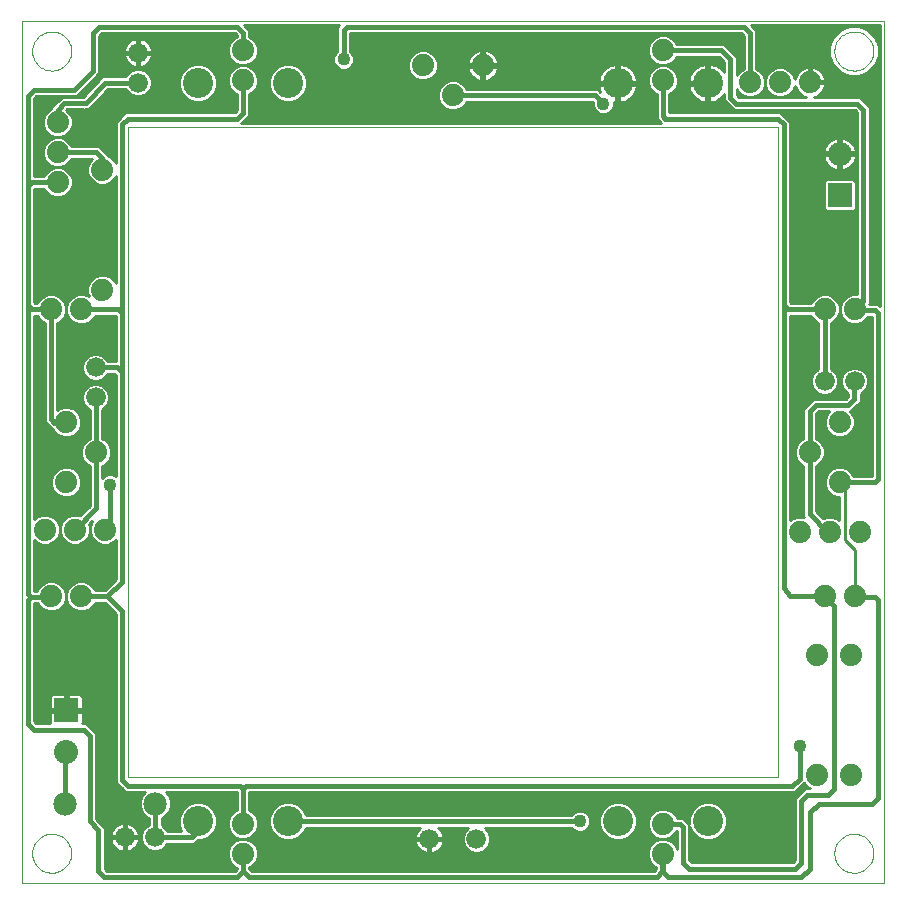
<source format=gtl>
G75*
%MOIN*%
%OFA0B0*%
%FSLAX24Y24*%
%IPPOS*%
%LPD*%
%AMOC8*
5,1,8,0,0,1.08239X$1,22.5*
%
%ADD10C,0.0010*%
%ADD11C,0.0800*%
%ADD12R,0.0800X0.0800*%
%ADD13C,0.0780*%
%ADD14C,0.0660*%
%ADD15C,0.0740*%
%ADD16C,0.0000*%
%ADD17C,0.1005*%
%ADD18C,0.0160*%
%ADD19C,0.0100*%
%ADD20C,0.0436*%
D10*
X000326Y000225D02*
X029066Y000225D01*
X029066Y028965D01*
X000326Y028965D01*
X000326Y000225D01*
X003870Y003768D02*
X025523Y003768D01*
X025523Y025422D01*
X003870Y025422D01*
X003870Y003768D01*
D11*
X001803Y004615D03*
X027590Y024536D03*
D12*
X027590Y023158D03*
X001803Y005993D03*
D13*
X001779Y002882D03*
X004779Y002882D03*
D14*
X004761Y001760D03*
X003761Y001760D03*
X013909Y001701D03*
X015484Y001701D03*
X002787Y016422D03*
X002787Y017422D03*
X004202Y026912D03*
X004202Y027912D03*
X027090Y016957D03*
X028090Y016957D03*
D15*
X027590Y015595D03*
X026590Y014595D03*
X027590Y013595D03*
X027255Y011949D03*
X026255Y011949D03*
X028255Y011949D03*
X028090Y009792D03*
X027090Y009792D03*
X026822Y007835D03*
X027964Y007835D03*
X027964Y003835D03*
X026822Y003835D03*
X021696Y002201D03*
X021696Y001201D03*
X007696Y001201D03*
X007696Y002201D03*
X002303Y009792D03*
X001303Y009792D03*
X001098Y012016D03*
X002098Y012016D03*
X003098Y012016D03*
X001803Y013595D03*
X002803Y014595D03*
X001803Y015595D03*
X002303Y019359D03*
X003011Y020012D03*
X001303Y019359D03*
X001527Y023587D03*
X001527Y024587D03*
X001527Y025587D03*
X003011Y024012D03*
X007696Y026989D03*
X007696Y027989D03*
X013696Y027489D03*
X014696Y026489D03*
X015696Y027489D03*
X021696Y027989D03*
X021696Y026989D03*
X024602Y026926D03*
X025602Y026926D03*
X026602Y026926D03*
X027090Y019359D03*
X028090Y019359D03*
D16*
X027416Y027965D02*
X027418Y028015D01*
X027424Y028065D01*
X027434Y028115D01*
X027447Y028163D01*
X027464Y028211D01*
X027485Y028257D01*
X027509Y028301D01*
X027537Y028343D01*
X027568Y028383D01*
X027602Y028420D01*
X027639Y028455D01*
X027678Y028486D01*
X027719Y028515D01*
X027763Y028540D01*
X027809Y028562D01*
X027856Y028580D01*
X027904Y028594D01*
X027953Y028605D01*
X028003Y028612D01*
X028053Y028615D01*
X028104Y028614D01*
X028154Y028609D01*
X028204Y028600D01*
X028252Y028588D01*
X028300Y028571D01*
X028346Y028551D01*
X028391Y028528D01*
X028434Y028501D01*
X028474Y028471D01*
X028512Y028438D01*
X028547Y028402D01*
X028580Y028363D01*
X028609Y028322D01*
X028635Y028279D01*
X028658Y028234D01*
X028677Y028187D01*
X028692Y028139D01*
X028704Y028090D01*
X028712Y028040D01*
X028716Y027990D01*
X028716Y027940D01*
X028712Y027890D01*
X028704Y027840D01*
X028692Y027791D01*
X028677Y027743D01*
X028658Y027696D01*
X028635Y027651D01*
X028609Y027608D01*
X028580Y027567D01*
X028547Y027528D01*
X028512Y027492D01*
X028474Y027459D01*
X028434Y027429D01*
X028391Y027402D01*
X028346Y027379D01*
X028300Y027359D01*
X028252Y027342D01*
X028204Y027330D01*
X028154Y027321D01*
X028104Y027316D01*
X028053Y027315D01*
X028003Y027318D01*
X027953Y027325D01*
X027904Y027336D01*
X027856Y027350D01*
X027809Y027368D01*
X027763Y027390D01*
X027719Y027415D01*
X027678Y027444D01*
X027639Y027475D01*
X027602Y027510D01*
X027568Y027547D01*
X027537Y027587D01*
X027509Y027629D01*
X027485Y027673D01*
X027464Y027719D01*
X027447Y027767D01*
X027434Y027815D01*
X027424Y027865D01*
X027418Y027915D01*
X027416Y027965D01*
X000676Y027965D02*
X000678Y028015D01*
X000684Y028065D01*
X000694Y028115D01*
X000707Y028163D01*
X000724Y028211D01*
X000745Y028257D01*
X000769Y028301D01*
X000797Y028343D01*
X000828Y028383D01*
X000862Y028420D01*
X000899Y028455D01*
X000938Y028486D01*
X000979Y028515D01*
X001023Y028540D01*
X001069Y028562D01*
X001116Y028580D01*
X001164Y028594D01*
X001213Y028605D01*
X001263Y028612D01*
X001313Y028615D01*
X001364Y028614D01*
X001414Y028609D01*
X001464Y028600D01*
X001512Y028588D01*
X001560Y028571D01*
X001606Y028551D01*
X001651Y028528D01*
X001694Y028501D01*
X001734Y028471D01*
X001772Y028438D01*
X001807Y028402D01*
X001840Y028363D01*
X001869Y028322D01*
X001895Y028279D01*
X001918Y028234D01*
X001937Y028187D01*
X001952Y028139D01*
X001964Y028090D01*
X001972Y028040D01*
X001976Y027990D01*
X001976Y027940D01*
X001972Y027890D01*
X001964Y027840D01*
X001952Y027791D01*
X001937Y027743D01*
X001918Y027696D01*
X001895Y027651D01*
X001869Y027608D01*
X001840Y027567D01*
X001807Y027528D01*
X001772Y027492D01*
X001734Y027459D01*
X001694Y027429D01*
X001651Y027402D01*
X001606Y027379D01*
X001560Y027359D01*
X001512Y027342D01*
X001464Y027330D01*
X001414Y027321D01*
X001364Y027316D01*
X001313Y027315D01*
X001263Y027318D01*
X001213Y027325D01*
X001164Y027336D01*
X001116Y027350D01*
X001069Y027368D01*
X001023Y027390D01*
X000979Y027415D01*
X000938Y027444D01*
X000899Y027475D01*
X000862Y027510D01*
X000828Y027547D01*
X000797Y027587D01*
X000769Y027629D01*
X000745Y027673D01*
X000724Y027719D01*
X000707Y027767D01*
X000694Y027815D01*
X000684Y027865D01*
X000678Y027915D01*
X000676Y027965D01*
X000676Y001225D02*
X000678Y001275D01*
X000684Y001325D01*
X000694Y001375D01*
X000707Y001423D01*
X000724Y001471D01*
X000745Y001517D01*
X000769Y001561D01*
X000797Y001603D01*
X000828Y001643D01*
X000862Y001680D01*
X000899Y001715D01*
X000938Y001746D01*
X000979Y001775D01*
X001023Y001800D01*
X001069Y001822D01*
X001116Y001840D01*
X001164Y001854D01*
X001213Y001865D01*
X001263Y001872D01*
X001313Y001875D01*
X001364Y001874D01*
X001414Y001869D01*
X001464Y001860D01*
X001512Y001848D01*
X001560Y001831D01*
X001606Y001811D01*
X001651Y001788D01*
X001694Y001761D01*
X001734Y001731D01*
X001772Y001698D01*
X001807Y001662D01*
X001840Y001623D01*
X001869Y001582D01*
X001895Y001539D01*
X001918Y001494D01*
X001937Y001447D01*
X001952Y001399D01*
X001964Y001350D01*
X001972Y001300D01*
X001976Y001250D01*
X001976Y001200D01*
X001972Y001150D01*
X001964Y001100D01*
X001952Y001051D01*
X001937Y001003D01*
X001918Y000956D01*
X001895Y000911D01*
X001869Y000868D01*
X001840Y000827D01*
X001807Y000788D01*
X001772Y000752D01*
X001734Y000719D01*
X001694Y000689D01*
X001651Y000662D01*
X001606Y000639D01*
X001560Y000619D01*
X001512Y000602D01*
X001464Y000590D01*
X001414Y000581D01*
X001364Y000576D01*
X001313Y000575D01*
X001263Y000578D01*
X001213Y000585D01*
X001164Y000596D01*
X001116Y000610D01*
X001069Y000628D01*
X001023Y000650D01*
X000979Y000675D01*
X000938Y000704D01*
X000899Y000735D01*
X000862Y000770D01*
X000828Y000807D01*
X000797Y000847D01*
X000769Y000889D01*
X000745Y000933D01*
X000724Y000979D01*
X000707Y001027D01*
X000694Y001075D01*
X000684Y001125D01*
X000678Y001175D01*
X000676Y001225D01*
X027416Y001225D02*
X027418Y001275D01*
X027424Y001325D01*
X027434Y001375D01*
X027447Y001423D01*
X027464Y001471D01*
X027485Y001517D01*
X027509Y001561D01*
X027537Y001603D01*
X027568Y001643D01*
X027602Y001680D01*
X027639Y001715D01*
X027678Y001746D01*
X027719Y001775D01*
X027763Y001800D01*
X027809Y001822D01*
X027856Y001840D01*
X027904Y001854D01*
X027953Y001865D01*
X028003Y001872D01*
X028053Y001875D01*
X028104Y001874D01*
X028154Y001869D01*
X028204Y001860D01*
X028252Y001848D01*
X028300Y001831D01*
X028346Y001811D01*
X028391Y001788D01*
X028434Y001761D01*
X028474Y001731D01*
X028512Y001698D01*
X028547Y001662D01*
X028580Y001623D01*
X028609Y001582D01*
X028635Y001539D01*
X028658Y001494D01*
X028677Y001447D01*
X028692Y001399D01*
X028704Y001350D01*
X028712Y001300D01*
X028716Y001250D01*
X028716Y001200D01*
X028712Y001150D01*
X028704Y001100D01*
X028692Y001051D01*
X028677Y001003D01*
X028658Y000956D01*
X028635Y000911D01*
X028609Y000868D01*
X028580Y000827D01*
X028547Y000788D01*
X028512Y000752D01*
X028474Y000719D01*
X028434Y000689D01*
X028391Y000662D01*
X028346Y000639D01*
X028300Y000619D01*
X028252Y000602D01*
X028204Y000590D01*
X028154Y000581D01*
X028104Y000576D01*
X028053Y000575D01*
X028003Y000578D01*
X027953Y000585D01*
X027904Y000596D01*
X027856Y000610D01*
X027809Y000628D01*
X027763Y000650D01*
X027719Y000675D01*
X027678Y000704D01*
X027639Y000735D01*
X027602Y000770D01*
X027568Y000807D01*
X027537Y000847D01*
X027509Y000889D01*
X027485Y000933D01*
X027464Y000979D01*
X027447Y001027D01*
X027434Y001075D01*
X027424Y001125D01*
X027418Y001175D01*
X027416Y001225D01*
D17*
X023196Y002292D03*
X020196Y002292D03*
X009196Y002292D03*
X006196Y002292D03*
X006196Y026898D03*
X009196Y026898D03*
X020196Y026898D03*
X023196Y026898D03*
D18*
X023948Y026406D02*
X024145Y026209D01*
X028181Y026209D01*
X028377Y026012D01*
X028377Y019646D01*
X028090Y019359D01*
X028129Y019319D01*
X028771Y019319D01*
X028870Y019221D01*
X028870Y013709D01*
X028755Y013595D01*
X027590Y013595D01*
X026590Y014595D02*
X026590Y012544D01*
X027185Y011949D01*
X027255Y011949D01*
X025720Y010068D02*
X025720Y019516D01*
X025720Y025520D01*
X025523Y025717D01*
X021783Y025717D01*
X021696Y025804D01*
X021696Y026989D01*
X021696Y027989D02*
X023645Y027989D01*
X023948Y027686D01*
X023948Y026406D01*
X024602Y026926D02*
X024602Y028571D01*
X024405Y028768D01*
X011153Y028768D01*
X011055Y028670D01*
X011055Y027686D01*
X007696Y027989D02*
X007696Y028560D01*
X007708Y028571D01*
X007511Y028768D01*
X002905Y028768D01*
X002708Y028571D01*
X002708Y027312D01*
X002059Y026662D01*
X000720Y026662D01*
X000523Y026465D01*
X000523Y023453D01*
X000657Y023587D01*
X001527Y023587D01*
X001527Y024587D02*
X002814Y024587D01*
X003003Y024398D01*
X003003Y024020D01*
X003011Y024012D01*
X003673Y025520D02*
X003673Y019221D01*
X003535Y019359D01*
X002303Y019359D01*
X001303Y019359D02*
X001303Y015686D01*
X001409Y015579D01*
X001787Y015579D01*
X001803Y015595D01*
X002787Y016422D02*
X002803Y016406D01*
X002803Y014595D01*
X002803Y012721D01*
X002098Y012016D01*
X003098Y012016D02*
X003279Y012197D01*
X003279Y013512D01*
X003673Y010284D02*
X003181Y009792D01*
X003673Y009300D01*
X003673Y003670D01*
X003870Y003473D01*
X007610Y003473D01*
X007696Y003386D01*
X007720Y003386D01*
X007807Y003473D01*
X026015Y003473D01*
X026255Y003713D01*
X026255Y004796D01*
X027413Y003375D02*
X027413Y009469D01*
X027090Y009792D01*
X025937Y009792D01*
X025720Y010068D01*
X028090Y009792D02*
X028110Y009772D01*
X028771Y009772D01*
X028870Y009674D01*
X028870Y003079D01*
X028673Y002882D01*
X026901Y002882D01*
X026606Y002587D01*
X026606Y000717D01*
X026311Y000422D01*
X021881Y000422D01*
X021696Y000607D01*
X021696Y001201D01*
X021685Y001190D01*
X021685Y000619D01*
X021488Y000422D01*
X007905Y000422D01*
X007708Y000619D01*
X007708Y001190D01*
X007696Y001201D01*
X007708Y000619D02*
X007511Y000422D01*
X003082Y000422D01*
X002885Y000619D01*
X002885Y001997D01*
X002590Y002292D01*
X002590Y005146D01*
X002393Y005343D01*
X000720Y005343D01*
X000523Y005540D01*
X000523Y009674D01*
X000622Y009772D01*
X001283Y009772D01*
X001303Y009792D01*
X000622Y009772D02*
X000523Y009871D01*
X000523Y019516D01*
X000681Y019359D01*
X001303Y019359D01*
X000523Y019516D02*
X000523Y023453D01*
X001527Y025587D02*
X001527Y026012D01*
X001744Y026229D01*
X002452Y026229D01*
X003096Y026912D01*
X004202Y026912D01*
X003870Y025717D02*
X003673Y025520D01*
X003870Y025717D02*
X007511Y025717D01*
X007696Y025902D01*
X007696Y026989D01*
X014696Y026489D02*
X019437Y026489D01*
X019716Y026209D01*
X025720Y019516D02*
X025877Y019359D01*
X027090Y019359D01*
X027090Y016957D01*
X026803Y016170D02*
X027885Y016170D01*
X028082Y016367D01*
X028082Y016949D01*
X028090Y016957D01*
X026803Y016170D02*
X026590Y015957D01*
X026590Y014595D01*
X027413Y003375D02*
X027216Y003178D01*
X026507Y003178D01*
X026311Y002981D01*
X026311Y000914D01*
X026114Y000717D01*
X022570Y000717D01*
X022374Y000914D01*
X022374Y002095D01*
X022275Y002194D01*
X021881Y002194D01*
X021874Y002201D01*
X021696Y002201D01*
X018929Y002292D02*
X009196Y002292D01*
X007696Y002201D02*
X007696Y003386D01*
X006196Y002292D02*
X006133Y002229D01*
X006133Y001898D01*
X005996Y001760D01*
X004761Y001760D01*
X004779Y001778D01*
X004779Y002882D01*
X001779Y002882D02*
X001779Y004591D01*
X001803Y004615D01*
X002303Y009792D02*
X003181Y009792D01*
X003673Y010284D02*
X003673Y017253D01*
X003503Y017422D01*
X002787Y017422D01*
X003673Y017253D02*
X003673Y019221D01*
D19*
X003463Y019134D02*
X003463Y017632D01*
X003198Y017632D01*
X003177Y017682D01*
X003047Y017812D01*
X002878Y017882D01*
X002695Y017882D01*
X002526Y017812D01*
X002397Y017682D01*
X002327Y017513D01*
X002327Y017330D01*
X002397Y017161D01*
X002526Y017032D01*
X002695Y016962D01*
X002878Y016962D01*
X003047Y017032D01*
X003177Y017161D01*
X003198Y017212D01*
X003416Y017212D01*
X003463Y017166D01*
X003463Y013813D01*
X003348Y013861D01*
X003210Y013861D01*
X003082Y013808D01*
X003013Y013738D01*
X003013Y014141D01*
X003086Y014171D01*
X003227Y014312D01*
X003303Y014496D01*
X003303Y014695D01*
X003227Y014878D01*
X003086Y015019D01*
X003013Y015049D01*
X003013Y016017D01*
X003047Y016032D01*
X003177Y016161D01*
X003247Y016330D01*
X003247Y016513D01*
X003177Y016682D01*
X003047Y016812D01*
X002878Y016882D01*
X002695Y016882D01*
X002526Y016812D01*
X002397Y016682D01*
X002327Y016513D01*
X002327Y016330D01*
X002397Y016161D01*
X002526Y016032D01*
X002593Y016004D01*
X002593Y015049D01*
X002519Y015019D01*
X002379Y014878D01*
X002303Y014695D01*
X002303Y014496D01*
X002379Y014312D01*
X002519Y014171D01*
X002593Y014141D01*
X002593Y012808D01*
X002271Y012486D01*
X002197Y012516D01*
X001998Y012516D01*
X001815Y012440D01*
X001674Y012300D01*
X001598Y012116D01*
X001598Y011917D01*
X001674Y011733D01*
X001815Y011592D01*
X001998Y011516D01*
X002197Y011516D01*
X002381Y011592D01*
X002522Y011733D01*
X002598Y011917D01*
X002674Y011733D01*
X002815Y011592D01*
X002998Y011516D01*
X003197Y011516D01*
X003381Y011592D01*
X003463Y011674D01*
X003463Y010371D01*
X003094Y010002D01*
X002757Y010002D01*
X002727Y010075D01*
X003167Y010075D01*
X003265Y010174D02*
X002628Y010174D01*
X002586Y010216D02*
X002402Y010292D01*
X002203Y010292D01*
X002019Y010216D01*
X001879Y010075D01*
X001803Y009891D01*
X001803Y009692D01*
X001879Y009509D01*
X002019Y009368D01*
X002203Y009292D01*
X002402Y009292D01*
X002586Y009368D01*
X002727Y009509D01*
X002757Y009582D01*
X003094Y009582D01*
X003463Y009213D01*
X003463Y003583D01*
X003660Y003386D01*
X003783Y003263D01*
X004424Y003263D01*
X004338Y003177D01*
X004259Y002986D01*
X004259Y002779D01*
X004338Y002588D01*
X004484Y002442D01*
X004569Y002407D01*
X004569Y002179D01*
X004501Y002150D01*
X004371Y002021D01*
X004301Y001852D01*
X004301Y001669D01*
X004371Y001500D01*
X004501Y001370D01*
X004670Y001300D01*
X004853Y001300D01*
X005022Y001370D01*
X005151Y001500D01*
X005172Y001550D01*
X006083Y001550D01*
X006192Y001659D01*
X006322Y001659D01*
X006555Y001756D01*
X006733Y001934D01*
X006829Y002166D01*
X006829Y002418D01*
X006733Y002650D01*
X006555Y002828D01*
X006322Y002924D01*
X006071Y002924D01*
X005838Y002828D01*
X005660Y002650D01*
X005564Y002418D01*
X005564Y002166D01*
X005645Y001970D01*
X005172Y001970D01*
X005151Y002021D01*
X005022Y002150D01*
X004989Y002164D01*
X004989Y002407D01*
X005074Y002442D01*
X005220Y002588D01*
X005299Y002779D01*
X005299Y002986D01*
X005220Y003177D01*
X005134Y003263D01*
X007486Y003263D01*
X007486Y002656D01*
X007413Y002625D01*
X007272Y002485D01*
X007196Y002301D01*
X007196Y002102D01*
X007272Y001918D01*
X007413Y001777D01*
X007597Y001701D01*
X007413Y001625D01*
X007272Y001485D01*
X007196Y001301D01*
X007196Y001102D01*
X007272Y000918D01*
X007413Y000777D01*
X007498Y000742D01*
X007498Y000706D01*
X007424Y000632D01*
X003169Y000632D01*
X003095Y000706D01*
X003095Y002084D01*
X002972Y002207D01*
X002800Y002379D01*
X002800Y005233D01*
X002677Y005356D01*
X002480Y005553D01*
X002347Y005553D01*
X002353Y005573D01*
X002353Y005943D01*
X001853Y005943D01*
X001853Y006043D01*
X002353Y006043D01*
X002353Y006412D01*
X002342Y006451D01*
X002323Y006485D01*
X002295Y006513D01*
X002261Y006532D01*
X002222Y006543D01*
X001853Y006543D01*
X001853Y006043D01*
X001753Y006043D01*
X001753Y006543D01*
X001383Y006543D01*
X001345Y006532D01*
X001311Y006513D01*
X001283Y006485D01*
X001263Y006451D01*
X001253Y006412D01*
X001253Y006043D01*
X001753Y006043D01*
X001753Y005943D01*
X001253Y005943D01*
X001253Y005573D01*
X001258Y005553D01*
X000807Y005553D01*
X000733Y005627D01*
X000733Y009562D01*
X000857Y009562D01*
X000879Y009509D01*
X001019Y009368D01*
X001203Y009292D01*
X001402Y009292D01*
X001586Y009368D01*
X001727Y009509D01*
X001803Y009692D01*
X001803Y009891D01*
X001727Y010075D01*
X001879Y010075D01*
X001838Y009977D02*
X001767Y009977D01*
X001803Y009878D02*
X001803Y009878D01*
X001803Y009780D02*
X001803Y009780D01*
X001798Y009681D02*
X001807Y009681D01*
X001848Y009583D02*
X001757Y009583D01*
X001702Y009484D02*
X001903Y009484D01*
X002002Y009386D02*
X001603Y009386D01*
X001002Y009386D02*
X000733Y009386D01*
X000733Y009484D02*
X000903Y009484D01*
X000733Y009287D02*
X003389Y009287D01*
X003463Y009189D02*
X000733Y009189D01*
X000733Y009090D02*
X003463Y009090D01*
X003463Y008992D02*
X000733Y008992D01*
X000733Y008893D02*
X003463Y008893D01*
X003463Y008795D02*
X000733Y008795D01*
X000733Y008696D02*
X003463Y008696D01*
X003463Y008598D02*
X000733Y008598D01*
X000733Y008499D02*
X003463Y008499D01*
X003463Y008401D02*
X000733Y008401D01*
X000733Y008302D02*
X003463Y008302D01*
X003463Y008204D02*
X000733Y008204D01*
X000733Y008105D02*
X003463Y008105D01*
X003463Y008007D02*
X000733Y008007D01*
X000733Y007908D02*
X003463Y007908D01*
X003463Y007810D02*
X000733Y007810D01*
X000733Y007711D02*
X003463Y007711D01*
X003463Y007613D02*
X000733Y007613D01*
X000733Y007514D02*
X003463Y007514D01*
X003463Y007416D02*
X000733Y007416D01*
X000733Y007317D02*
X003463Y007317D01*
X003463Y007219D02*
X000733Y007219D01*
X000733Y007120D02*
X003463Y007120D01*
X003463Y007022D02*
X000733Y007022D01*
X000733Y006923D02*
X003463Y006923D01*
X003463Y006825D02*
X000733Y006825D01*
X000733Y006726D02*
X003463Y006726D01*
X003463Y006628D02*
X000733Y006628D01*
X000733Y006529D02*
X001339Y006529D01*
X001257Y006431D02*
X000733Y006431D01*
X000733Y006332D02*
X001253Y006332D01*
X001253Y006234D02*
X000733Y006234D01*
X000733Y006135D02*
X001253Y006135D01*
X001253Y005938D02*
X000733Y005938D01*
X000733Y005840D02*
X001253Y005840D01*
X001253Y005741D02*
X000733Y005741D01*
X000733Y005643D02*
X001253Y005643D01*
X001753Y006037D02*
X000733Y006037D01*
X001753Y006135D02*
X001853Y006135D01*
X001853Y006037D02*
X003463Y006037D01*
X003463Y006135D02*
X002353Y006135D01*
X002353Y006234D02*
X003463Y006234D01*
X003463Y006332D02*
X002353Y006332D01*
X002348Y006431D02*
X003463Y006431D01*
X003463Y006529D02*
X002267Y006529D01*
X001853Y006529D02*
X001753Y006529D01*
X001753Y006431D02*
X001853Y006431D01*
X001853Y006332D02*
X001753Y006332D01*
X001753Y006234D02*
X001853Y006234D01*
X002353Y005938D02*
X003463Y005938D01*
X003463Y005840D02*
X002353Y005840D01*
X002353Y005741D02*
X003463Y005741D01*
X003463Y005643D02*
X002353Y005643D01*
X002489Y005544D02*
X003463Y005544D01*
X003463Y005446D02*
X002588Y005446D01*
X002686Y005347D02*
X003463Y005347D01*
X003463Y005249D02*
X002785Y005249D01*
X002800Y005150D02*
X003463Y005150D01*
X003463Y005052D02*
X002800Y005052D01*
X002800Y004953D02*
X003463Y004953D01*
X003463Y004855D02*
X002800Y004855D01*
X002800Y004756D02*
X003463Y004756D01*
X003463Y004658D02*
X002800Y004658D01*
X002800Y004559D02*
X003463Y004559D01*
X003463Y004461D02*
X002800Y004461D01*
X002800Y004362D02*
X003463Y004362D01*
X003463Y004264D02*
X002800Y004264D01*
X002800Y004165D02*
X003463Y004165D01*
X003463Y004067D02*
X002800Y004067D01*
X002800Y003968D02*
X003463Y003968D01*
X003463Y003870D02*
X002800Y003870D01*
X002800Y003771D02*
X003463Y003771D01*
X003463Y003673D02*
X002800Y003673D01*
X002800Y003574D02*
X003472Y003574D01*
X003570Y003476D02*
X002800Y003476D01*
X002800Y003377D02*
X003669Y003377D01*
X003767Y003279D02*
X002800Y003279D01*
X002800Y003180D02*
X004341Y003180D01*
X004299Y003082D02*
X002800Y003082D01*
X002800Y002983D02*
X004259Y002983D01*
X004259Y002885D02*
X002800Y002885D01*
X002800Y002786D02*
X004259Y002786D01*
X004297Y002688D02*
X002800Y002688D01*
X002800Y002589D02*
X004338Y002589D01*
X004436Y002491D02*
X002800Y002491D01*
X002800Y002392D02*
X004569Y002392D01*
X004569Y002294D02*
X002885Y002294D01*
X002984Y002195D02*
X003557Y002195D01*
X003577Y002205D02*
X003510Y002171D01*
X003449Y002127D01*
X003395Y002073D01*
X003351Y002012D01*
X003316Y001945D01*
X003293Y001873D01*
X003281Y001798D01*
X003281Y001790D01*
X003731Y001790D01*
X003731Y001730D01*
X003791Y001730D01*
X003791Y001280D01*
X003799Y001280D01*
X003874Y001292D01*
X003946Y001316D01*
X004013Y001350D01*
X004074Y001394D01*
X004127Y001448D01*
X004172Y001509D01*
X004206Y001576D01*
X004229Y001648D01*
X004241Y001723D01*
X004241Y001730D01*
X003791Y001730D01*
X003791Y001790D01*
X004241Y001790D01*
X004241Y001798D01*
X004229Y001873D01*
X004206Y001945D01*
X004172Y002012D01*
X004127Y002073D01*
X004074Y002127D01*
X004013Y002171D01*
X003946Y002205D01*
X003874Y002229D01*
X003799Y002240D01*
X003791Y002240D01*
X003791Y001790D01*
X003731Y001790D01*
X003731Y002240D01*
X003724Y002240D01*
X003649Y002229D01*
X003577Y002205D01*
X003731Y002195D02*
X003791Y002195D01*
X003791Y002097D02*
X003731Y002097D01*
X003731Y001998D02*
X003791Y001998D01*
X003791Y001900D02*
X003731Y001900D01*
X003731Y001801D02*
X003791Y001801D01*
X003731Y001730D02*
X003281Y001730D01*
X003281Y001723D01*
X003293Y001648D01*
X003316Y001576D01*
X003351Y001509D01*
X003395Y001448D01*
X003449Y001394D01*
X003510Y001350D01*
X003577Y001316D01*
X003649Y001292D01*
X003724Y001280D01*
X003731Y001280D01*
X003731Y001730D01*
X003731Y001703D02*
X003791Y001703D01*
X003791Y001604D02*
X003731Y001604D01*
X003731Y001506D02*
X003791Y001506D01*
X003791Y001407D02*
X003731Y001407D01*
X003731Y001309D02*
X003791Y001309D01*
X003924Y001309D02*
X004650Y001309D01*
X004464Y001407D02*
X004087Y001407D01*
X004169Y001506D02*
X004369Y001506D01*
X004328Y001604D02*
X004215Y001604D01*
X004238Y001703D02*
X004301Y001703D01*
X004301Y001801D02*
X004241Y001801D01*
X004221Y001900D02*
X004321Y001900D01*
X004362Y001998D02*
X004179Y001998D01*
X004104Y002097D02*
X004447Y002097D01*
X004569Y002195D02*
X003966Y002195D01*
X003419Y002097D02*
X003082Y002097D01*
X003095Y001998D02*
X003344Y001998D01*
X003302Y001900D02*
X003095Y001900D01*
X003095Y001801D02*
X003282Y001801D01*
X003285Y001703D02*
X003095Y001703D01*
X003095Y001604D02*
X003307Y001604D01*
X003353Y001506D02*
X003095Y001506D01*
X003095Y001407D02*
X003436Y001407D01*
X003599Y001309D02*
X003095Y001309D01*
X003095Y001210D02*
X007196Y001210D01*
X007196Y001112D02*
X003095Y001112D01*
X003095Y001013D02*
X007233Y001013D01*
X007276Y000915D02*
X003095Y000915D01*
X003095Y000816D02*
X007375Y000816D01*
X007498Y000718D02*
X003095Y000718D01*
X004872Y001309D02*
X007200Y001309D01*
X007240Y001407D02*
X005058Y001407D01*
X005154Y001506D02*
X007293Y001506D01*
X007392Y001604D02*
X006136Y001604D01*
X006426Y001703D02*
X007594Y001703D01*
X007597Y001701D02*
X007796Y001701D01*
X007597Y001701D01*
X007796Y001701D02*
X007980Y001777D01*
X008120Y001918D01*
X008196Y002102D01*
X008196Y002301D01*
X008120Y002485D01*
X007980Y002625D01*
X007906Y002656D01*
X007906Y003263D01*
X026102Y003263D01*
X026396Y003557D01*
X026398Y003552D01*
X026539Y003411D01*
X026596Y003388D01*
X026420Y003388D01*
X026297Y003265D01*
X026101Y003068D01*
X026101Y001001D01*
X026027Y000927D01*
X022657Y000927D01*
X022584Y001001D01*
X022584Y002119D01*
X022660Y001934D01*
X022838Y001756D01*
X023071Y001659D01*
X023322Y001659D01*
X023555Y001756D01*
X023733Y001934D01*
X023829Y002166D01*
X023829Y002418D01*
X023733Y002650D01*
X023555Y002828D01*
X023322Y002924D01*
X023071Y002924D01*
X022838Y002828D01*
X022660Y002650D01*
X022564Y002418D01*
X022564Y002202D01*
X022460Y002305D01*
X022362Y002404D01*
X022154Y002404D01*
X022120Y002485D01*
X021980Y002625D01*
X021796Y002701D01*
X021597Y002701D01*
X021413Y002625D01*
X021272Y002485D01*
X021196Y002301D01*
X021196Y002102D01*
X021272Y001918D01*
X021413Y001777D01*
X021597Y001701D01*
X021413Y001625D01*
X021272Y001485D01*
X021196Y001301D01*
X021196Y001102D01*
X021272Y000918D01*
X021413Y000777D01*
X021475Y000752D01*
X021475Y000706D01*
X021401Y000632D01*
X007992Y000632D01*
X007918Y000706D01*
X007918Y000752D01*
X007980Y000777D01*
X008120Y000918D01*
X008196Y001102D01*
X008196Y001301D01*
X008120Y001485D01*
X007980Y001625D01*
X007796Y001701D01*
X007799Y001703D02*
X008967Y001703D01*
X009071Y001659D02*
X009322Y001659D01*
X009555Y001756D01*
X009733Y001934D01*
X009794Y002082D01*
X013616Y002082D01*
X013596Y002068D01*
X013543Y002014D01*
X013498Y001953D01*
X013464Y001886D01*
X013441Y001814D01*
X013429Y001739D01*
X013429Y001730D01*
X013880Y001730D01*
X013880Y001673D01*
X013429Y001673D01*
X013429Y001664D01*
X013441Y001589D01*
X013464Y001517D01*
X013498Y001450D01*
X013543Y001389D01*
X013596Y001335D01*
X013657Y001291D01*
X013725Y001257D01*
X013797Y001233D01*
X013871Y001221D01*
X013880Y001221D01*
X013880Y001673D01*
X013938Y001673D01*
X013938Y001730D01*
X014389Y001730D01*
X014389Y001739D01*
X014377Y001814D01*
X014354Y001886D01*
X014319Y001953D01*
X014275Y002014D01*
X014222Y002068D01*
X014202Y002082D01*
X015214Y002082D01*
X015094Y001962D01*
X015024Y001793D01*
X015024Y001610D01*
X015094Y001441D01*
X015223Y001311D01*
X015392Y001241D01*
X015575Y001241D01*
X015744Y001311D01*
X015874Y001441D01*
X015944Y001610D01*
X015944Y001793D01*
X015874Y001962D01*
X015754Y002082D01*
X018646Y002082D01*
X018731Y001997D01*
X018859Y001944D01*
X018998Y001944D01*
X019126Y001997D01*
X019224Y002095D01*
X019277Y002223D01*
X019277Y002361D01*
X019224Y002489D01*
X019126Y002587D01*
X018998Y002640D01*
X018859Y002640D01*
X018731Y002587D01*
X018646Y002502D01*
X009794Y002502D01*
X009733Y002650D01*
X009555Y002828D01*
X009322Y002924D01*
X009071Y002924D01*
X008838Y002828D01*
X008660Y002650D01*
X008564Y002418D01*
X008564Y002166D01*
X008660Y001934D01*
X008838Y001756D01*
X009071Y001659D01*
X008793Y001801D02*
X008003Y001801D01*
X008102Y001900D02*
X008694Y001900D01*
X008633Y001998D02*
X008153Y001998D01*
X008194Y002097D02*
X008593Y002097D01*
X008564Y002195D02*
X008196Y002195D01*
X008196Y002294D02*
X008564Y002294D01*
X008564Y002392D02*
X008159Y002392D01*
X008114Y002491D02*
X008594Y002491D01*
X008635Y002589D02*
X008016Y002589D01*
X007906Y002688D02*
X008697Y002688D01*
X008796Y002786D02*
X007906Y002786D01*
X007906Y002885D02*
X008974Y002885D01*
X009419Y002885D02*
X019974Y002885D01*
X020071Y002924D02*
X019838Y002828D01*
X019660Y002650D01*
X019564Y002418D01*
X019564Y002166D01*
X019660Y001934D01*
X019838Y001756D01*
X020071Y001659D01*
X020322Y001659D01*
X020555Y001756D01*
X020733Y001934D01*
X020829Y002166D01*
X020829Y002418D01*
X020733Y002650D01*
X020555Y002828D01*
X020322Y002924D01*
X020071Y002924D01*
X019796Y002786D02*
X009597Y002786D01*
X009695Y002688D02*
X019697Y002688D01*
X019635Y002589D02*
X019121Y002589D01*
X019222Y002491D02*
X019594Y002491D01*
X019564Y002392D02*
X019264Y002392D01*
X019277Y002294D02*
X019564Y002294D01*
X019564Y002195D02*
X019265Y002195D01*
X019224Y002097D02*
X019593Y002097D01*
X019633Y001998D02*
X019127Y001998D01*
X018730Y001998D02*
X015838Y001998D01*
X015900Y001900D02*
X019694Y001900D01*
X019793Y001801D02*
X015940Y001801D01*
X015944Y001703D02*
X019967Y001703D01*
X020426Y001703D02*
X021594Y001703D01*
X021597Y001701D02*
X021796Y001701D01*
X021980Y001625D01*
X022120Y001485D01*
X022164Y001380D01*
X022164Y001984D01*
X022147Y001984D01*
X022120Y001918D01*
X021980Y001777D01*
X021796Y001701D01*
X021597Y001701D01*
X021799Y001703D02*
X022164Y001703D01*
X022164Y001801D02*
X022003Y001801D01*
X022102Y001900D02*
X022164Y001900D01*
X022164Y001604D02*
X022001Y001604D01*
X022099Y001506D02*
X022164Y001506D01*
X022152Y001407D02*
X022164Y001407D01*
X022584Y001407D02*
X026101Y001407D01*
X026101Y001309D02*
X022584Y001309D01*
X022584Y001210D02*
X026101Y001210D01*
X026101Y001112D02*
X022584Y001112D01*
X022584Y001013D02*
X026101Y001013D01*
X026101Y001506D02*
X022584Y001506D01*
X022584Y001604D02*
X026101Y001604D01*
X026101Y001703D02*
X023426Y001703D01*
X023600Y001801D02*
X026101Y001801D01*
X026101Y001900D02*
X023698Y001900D01*
X023759Y001998D02*
X026101Y001998D01*
X026101Y002097D02*
X023800Y002097D01*
X023829Y002195D02*
X026101Y002195D01*
X026101Y002294D02*
X023829Y002294D01*
X023829Y002392D02*
X026101Y002392D01*
X026101Y002491D02*
X023799Y002491D01*
X023758Y002589D02*
X026101Y002589D01*
X026101Y002688D02*
X023695Y002688D01*
X023597Y002786D02*
X026101Y002786D01*
X026101Y002885D02*
X023419Y002885D01*
X022974Y002885D02*
X020419Y002885D01*
X020597Y002786D02*
X022796Y002786D01*
X022697Y002688D02*
X021829Y002688D01*
X022016Y002589D02*
X022635Y002589D01*
X022594Y002491D02*
X022114Y002491D01*
X022374Y002392D02*
X022564Y002392D01*
X022564Y002294D02*
X022472Y002294D01*
X022584Y002097D02*
X022593Y002097D01*
X022584Y001998D02*
X022633Y001998D01*
X022584Y001900D02*
X022694Y001900D01*
X022793Y001801D02*
X022584Y001801D01*
X022584Y001703D02*
X022967Y001703D01*
X021563Y002688D02*
X020695Y002688D01*
X020758Y002589D02*
X021377Y002589D01*
X021278Y002491D02*
X020799Y002491D01*
X020829Y002392D02*
X021234Y002392D01*
X021196Y002294D02*
X020829Y002294D01*
X020829Y002195D02*
X021196Y002195D01*
X021199Y002097D02*
X020800Y002097D01*
X020759Y001998D02*
X021239Y001998D01*
X021291Y001900D02*
X020698Y001900D01*
X020600Y001801D02*
X021390Y001801D01*
X021392Y001604D02*
X015941Y001604D01*
X015901Y001506D02*
X021293Y001506D01*
X021240Y001407D02*
X015840Y001407D01*
X015737Y001309D02*
X021200Y001309D01*
X021196Y001210D02*
X008196Y001210D01*
X008196Y001112D02*
X021196Y001112D01*
X021233Y001013D02*
X008160Y001013D01*
X008117Y000915D02*
X021276Y000915D01*
X021375Y000816D02*
X008018Y000816D01*
X007918Y000718D02*
X021475Y000718D01*
X018736Y002589D02*
X009758Y002589D01*
X009759Y001998D02*
X013531Y001998D01*
X013471Y001900D02*
X009698Y001900D01*
X009600Y001801D02*
X013439Y001801D01*
X013438Y001604D02*
X008001Y001604D01*
X008099Y001506D02*
X013470Y001506D01*
X013530Y001407D02*
X008152Y001407D01*
X008193Y001309D02*
X013633Y001309D01*
X013880Y001309D02*
X013938Y001309D01*
X013938Y001221D02*
X013947Y001221D01*
X014021Y001233D01*
X014093Y001257D01*
X014161Y001291D01*
X014222Y001335D01*
X014275Y001389D01*
X014319Y001450D01*
X014354Y001517D01*
X014377Y001589D01*
X014389Y001664D01*
X014389Y001673D01*
X013938Y001673D01*
X013938Y001221D01*
X013938Y001407D02*
X013880Y001407D01*
X013880Y001506D02*
X013938Y001506D01*
X013938Y001604D02*
X013880Y001604D01*
X013880Y001703D02*
X009426Y001703D01*
X007906Y002983D02*
X026101Y002983D01*
X026114Y003082D02*
X007906Y003082D01*
X007906Y003180D02*
X026213Y003180D01*
X026118Y003279D02*
X026311Y003279D01*
X026216Y003377D02*
X026410Y003377D01*
X026475Y003476D02*
X026315Y003476D01*
X028090Y009792D02*
X028090Y011339D01*
X027755Y011678D01*
X027755Y013430D01*
X027590Y013595D01*
X028044Y013805D02*
X028014Y013878D01*
X027873Y014019D01*
X027690Y014095D01*
X027491Y014095D01*
X027307Y014019D01*
X027166Y013878D01*
X027090Y013695D01*
X027090Y013496D01*
X027166Y013312D01*
X027307Y013171D01*
X027491Y013095D01*
X027575Y013095D01*
X027575Y012337D01*
X027539Y012373D01*
X027355Y012449D01*
X027156Y012449D01*
X027033Y012398D01*
X026800Y012631D01*
X026800Y014141D01*
X026873Y014171D01*
X027014Y014312D01*
X027090Y014496D01*
X027090Y014695D01*
X027014Y014878D01*
X026873Y015019D01*
X026800Y015049D01*
X026800Y015870D01*
X026890Y015960D01*
X027248Y015960D01*
X027166Y015878D01*
X027090Y015695D01*
X027090Y015496D01*
X027166Y015312D01*
X027307Y015171D01*
X027491Y015095D01*
X027690Y015095D01*
X027873Y015171D01*
X028014Y015312D01*
X028090Y015496D01*
X028090Y015695D01*
X028014Y015878D01*
X027932Y015960D01*
X027972Y015960D01*
X028169Y016157D01*
X028292Y016280D01*
X028292Y016543D01*
X028351Y016567D01*
X028480Y016697D01*
X028550Y016866D01*
X028550Y017049D01*
X028480Y017218D01*
X028351Y017347D01*
X028182Y017417D01*
X027999Y017417D01*
X027829Y017347D01*
X027700Y017218D01*
X027630Y017049D01*
X027630Y016866D01*
X027700Y016697D01*
X027829Y016567D01*
X027872Y016550D01*
X027872Y016454D01*
X027798Y016380D01*
X026716Y016380D01*
X026593Y016257D01*
X026380Y016044D01*
X026380Y015049D01*
X026307Y015019D01*
X026166Y014878D01*
X026090Y014695D01*
X026090Y014496D01*
X026166Y014312D01*
X026307Y014171D01*
X026380Y014141D01*
X026380Y012457D01*
X026411Y012426D01*
X026355Y012449D01*
X026156Y012449D01*
X025972Y012373D01*
X025930Y012331D01*
X025930Y019149D01*
X026636Y019149D01*
X026666Y019076D01*
X026807Y018935D01*
X026880Y018905D01*
X026880Y017368D01*
X026829Y017347D01*
X026700Y017218D01*
X026630Y017049D01*
X026630Y016866D01*
X026700Y016697D01*
X026829Y016567D01*
X026999Y016497D01*
X027182Y016497D01*
X027351Y016567D01*
X027480Y016697D01*
X027550Y016866D01*
X027550Y017049D01*
X027480Y017218D01*
X027351Y017347D01*
X027300Y017368D01*
X027300Y018905D01*
X027373Y018935D01*
X027514Y019076D01*
X027590Y019259D01*
X027590Y019458D01*
X027514Y019642D01*
X027373Y019783D01*
X027190Y019859D01*
X026991Y019859D01*
X026807Y019783D01*
X026666Y019642D01*
X026636Y019569D01*
X025964Y019569D01*
X025930Y019603D01*
X025930Y025607D01*
X025610Y025927D01*
X021906Y025927D01*
X021906Y026535D01*
X021980Y026565D01*
X022120Y026706D01*
X022196Y026889D01*
X022196Y027088D01*
X022120Y027272D01*
X021980Y027413D01*
X021796Y027489D01*
X021980Y027565D01*
X022120Y027706D01*
X022151Y027779D01*
X023558Y027779D01*
X023738Y027599D01*
X023738Y027264D01*
X023688Y027329D01*
X023627Y027390D01*
X023560Y027442D01*
X023486Y027485D01*
X023407Y027517D01*
X023324Y027540D01*
X023246Y027550D01*
X023246Y026948D01*
X023146Y026948D01*
X023146Y026848D01*
X022545Y026848D01*
X022555Y026771D01*
X022577Y026688D01*
X022610Y026609D01*
X022653Y026535D01*
X022705Y026467D01*
X022765Y026407D01*
X022833Y026355D01*
X022907Y026312D01*
X022986Y026279D01*
X023069Y026257D01*
X023146Y026247D01*
X023146Y026848D01*
X023246Y026848D01*
X023246Y026247D01*
X023324Y026257D01*
X023407Y026279D01*
X023486Y026312D01*
X023560Y026355D01*
X023627Y026407D01*
X023688Y026467D01*
X023738Y026533D01*
X023738Y026319D01*
X023935Y026122D01*
X024058Y025999D01*
X028094Y025999D01*
X028167Y025925D01*
X028167Y019859D01*
X027991Y019859D01*
X027807Y019783D01*
X027666Y019642D01*
X027590Y019458D01*
X027590Y019259D01*
X027666Y019076D01*
X027807Y018935D01*
X027991Y018859D01*
X028190Y018859D01*
X028373Y018935D01*
X028514Y019076D01*
X028528Y019109D01*
X028660Y019109D01*
X028660Y013805D01*
X028044Y013805D01*
X028039Y013818D02*
X028660Y013818D01*
X028660Y013917D02*
X027976Y013917D01*
X027877Y014015D02*
X028660Y014015D01*
X028660Y014114D02*
X026800Y014114D01*
X026800Y014015D02*
X027303Y014015D01*
X027204Y013917D02*
X026800Y013917D01*
X026800Y013818D02*
X027141Y013818D01*
X027100Y013720D02*
X026800Y013720D01*
X026800Y013621D02*
X027090Y013621D01*
X027090Y013523D02*
X026800Y013523D01*
X026800Y013424D02*
X027120Y013424D01*
X027161Y013326D02*
X026800Y013326D01*
X026800Y013227D02*
X027251Y013227D01*
X027410Y013129D02*
X026800Y013129D01*
X026800Y013030D02*
X027575Y013030D01*
X027575Y012932D02*
X026800Y012932D01*
X026800Y012833D02*
X027575Y012833D01*
X027575Y012735D02*
X026800Y012735D01*
X026800Y012636D02*
X027575Y012636D01*
X027575Y012538D02*
X026893Y012538D01*
X026992Y012439D02*
X027131Y012439D01*
X027380Y012439D02*
X027575Y012439D01*
X027571Y012341D02*
X027575Y012341D01*
X026398Y012439D02*
X026380Y012439D01*
X026380Y012538D02*
X025930Y012538D01*
X025930Y012636D02*
X026380Y012636D01*
X026380Y012735D02*
X025930Y012735D01*
X025930Y012833D02*
X026380Y012833D01*
X026380Y012932D02*
X025930Y012932D01*
X025930Y013030D02*
X026380Y013030D01*
X026380Y013129D02*
X025930Y013129D01*
X025930Y013227D02*
X026380Y013227D01*
X026380Y013326D02*
X025930Y013326D01*
X025930Y013424D02*
X026380Y013424D01*
X026380Y013523D02*
X025930Y013523D01*
X025930Y013621D02*
X026380Y013621D01*
X026380Y013720D02*
X025930Y013720D01*
X025930Y013818D02*
X026380Y013818D01*
X026380Y013917D02*
X025930Y013917D01*
X025930Y014015D02*
X026380Y014015D01*
X026380Y014114D02*
X025930Y014114D01*
X025930Y014212D02*
X026266Y014212D01*
X026167Y014311D02*
X025930Y014311D01*
X025930Y014409D02*
X026126Y014409D01*
X026090Y014508D02*
X025930Y014508D01*
X025930Y014606D02*
X026090Y014606D01*
X026094Y014705D02*
X025930Y014705D01*
X025930Y014803D02*
X026135Y014803D01*
X026189Y014902D02*
X025930Y014902D01*
X025930Y015000D02*
X026288Y015000D01*
X026380Y015099D02*
X025930Y015099D01*
X025930Y015197D02*
X026380Y015197D01*
X026380Y015296D02*
X025930Y015296D01*
X025930Y015394D02*
X026380Y015394D01*
X026380Y015493D02*
X025930Y015493D01*
X025930Y015591D02*
X026380Y015591D01*
X026380Y015690D02*
X025930Y015690D01*
X025930Y015788D02*
X026380Y015788D01*
X026380Y015887D02*
X025930Y015887D01*
X025930Y015985D02*
X026380Y015985D01*
X026419Y016084D02*
X025930Y016084D01*
X025930Y016182D02*
X026518Y016182D01*
X026616Y016281D02*
X025930Y016281D01*
X025930Y016379D02*
X026715Y016379D01*
X026821Y016576D02*
X025930Y016576D01*
X025930Y016478D02*
X027872Y016478D01*
X027821Y016576D02*
X027359Y016576D01*
X027458Y016675D02*
X027722Y016675D01*
X027668Y016773D02*
X027512Y016773D01*
X027550Y016872D02*
X027630Y016872D01*
X027630Y016970D02*
X027550Y016970D01*
X027542Y017069D02*
X027638Y017069D01*
X027679Y017167D02*
X027501Y017167D01*
X027432Y017266D02*
X027748Y017266D01*
X027870Y017364D02*
X027310Y017364D01*
X027300Y017463D02*
X028660Y017463D01*
X028660Y017561D02*
X027300Y017561D01*
X027300Y017660D02*
X028660Y017660D01*
X028660Y017758D02*
X027300Y017758D01*
X027300Y017857D02*
X028660Y017857D01*
X028660Y017955D02*
X027300Y017955D01*
X027300Y018054D02*
X028660Y018054D01*
X028660Y018152D02*
X027300Y018152D01*
X027300Y018251D02*
X028660Y018251D01*
X028660Y018349D02*
X027300Y018349D01*
X027300Y018448D02*
X028660Y018448D01*
X028660Y018546D02*
X027300Y018546D01*
X027300Y018645D02*
X028660Y018645D01*
X028660Y018743D02*
X027300Y018743D01*
X027300Y018842D02*
X028660Y018842D01*
X028660Y018940D02*
X028378Y018940D01*
X028477Y019039D02*
X028660Y019039D01*
X028931Y019456D02*
X028858Y019529D01*
X028561Y019529D01*
X028560Y019532D01*
X028587Y019559D01*
X028587Y026099D01*
X028464Y026222D01*
X028268Y026419D01*
X026726Y026419D01*
X026801Y026444D01*
X026874Y026481D01*
X026941Y026529D01*
X026998Y026587D01*
X027047Y026653D01*
X027084Y026726D01*
X027109Y026804D01*
X027122Y026885D01*
X027122Y026896D01*
X026632Y026896D01*
X026632Y026956D01*
X026572Y026956D01*
X026572Y027446D01*
X026561Y027446D01*
X026480Y027433D01*
X026402Y027408D01*
X026329Y027371D01*
X026263Y027322D01*
X026205Y027265D01*
X026157Y027198D01*
X026120Y027125D01*
X026095Y027048D01*
X026094Y027044D01*
X026026Y027209D01*
X025885Y027350D01*
X025701Y027426D01*
X025502Y027426D01*
X025319Y027350D01*
X025178Y027209D01*
X025102Y027025D01*
X025102Y026826D01*
X025178Y026643D01*
X025319Y026502D01*
X025502Y026426D01*
X024702Y026426D01*
X024701Y026426D02*
X024885Y026502D01*
X025026Y026643D01*
X025102Y026826D01*
X025102Y027025D01*
X025026Y027209D01*
X024885Y027350D01*
X024812Y027380D01*
X024812Y028658D01*
X024640Y028830D01*
X028931Y028830D01*
X028931Y019456D01*
X028931Y019531D02*
X028560Y019531D01*
X028587Y019630D02*
X028931Y019630D01*
X028931Y019728D02*
X028587Y019728D01*
X028587Y019827D02*
X028931Y019827D01*
X028931Y019925D02*
X028587Y019925D01*
X028587Y020024D02*
X028931Y020024D01*
X028931Y020122D02*
X028587Y020122D01*
X028587Y020221D02*
X028931Y020221D01*
X028931Y020319D02*
X028587Y020319D01*
X028587Y020418D02*
X028931Y020418D01*
X028931Y020516D02*
X028587Y020516D01*
X028587Y020615D02*
X028931Y020615D01*
X028931Y020713D02*
X028587Y020713D01*
X028587Y020812D02*
X028931Y020812D01*
X028931Y020910D02*
X028587Y020910D01*
X028587Y021009D02*
X028931Y021009D01*
X028931Y021107D02*
X028587Y021107D01*
X028587Y021206D02*
X028931Y021206D01*
X028931Y021304D02*
X028587Y021304D01*
X028587Y021403D02*
X028931Y021403D01*
X028931Y021501D02*
X028587Y021501D01*
X028587Y021600D02*
X028931Y021600D01*
X028931Y021698D02*
X028587Y021698D01*
X028587Y021797D02*
X028931Y021797D01*
X028931Y021895D02*
X028587Y021895D01*
X028587Y021994D02*
X028931Y021994D01*
X028931Y022092D02*
X028587Y022092D01*
X028587Y022191D02*
X028931Y022191D01*
X028931Y022289D02*
X028587Y022289D01*
X028587Y022388D02*
X028931Y022388D01*
X028931Y022486D02*
X028587Y022486D01*
X028587Y022585D02*
X028931Y022585D01*
X028931Y022683D02*
X028587Y022683D01*
X028587Y022782D02*
X028931Y022782D01*
X028931Y022880D02*
X028587Y022880D01*
X028587Y022979D02*
X028931Y022979D01*
X028931Y023077D02*
X028587Y023077D01*
X028587Y023176D02*
X028931Y023176D01*
X028931Y023274D02*
X028587Y023274D01*
X028587Y023373D02*
X028931Y023373D01*
X028931Y023471D02*
X028587Y023471D01*
X028587Y023570D02*
X028931Y023570D01*
X028931Y023668D02*
X028587Y023668D01*
X028587Y023767D02*
X028931Y023767D01*
X028931Y023865D02*
X028587Y023865D01*
X028587Y023964D02*
X028931Y023964D01*
X028931Y024062D02*
X028587Y024062D01*
X028587Y024161D02*
X028931Y024161D01*
X028931Y024259D02*
X028587Y024259D01*
X028587Y024358D02*
X028931Y024358D01*
X028931Y024456D02*
X028587Y024456D01*
X028587Y024555D02*
X028931Y024555D01*
X028931Y024653D02*
X028587Y024653D01*
X028587Y024752D02*
X028931Y024752D01*
X028931Y024850D02*
X028587Y024850D01*
X028587Y024949D02*
X028931Y024949D01*
X028931Y025047D02*
X028587Y025047D01*
X028587Y025146D02*
X028931Y025146D01*
X028931Y025244D02*
X028587Y025244D01*
X028587Y025343D02*
X028931Y025343D01*
X028931Y025441D02*
X028587Y025441D01*
X028587Y025540D02*
X028931Y025540D01*
X028931Y025638D02*
X028587Y025638D01*
X028587Y025737D02*
X028931Y025737D01*
X028931Y025835D02*
X028587Y025835D01*
X028587Y025934D02*
X028931Y025934D01*
X028931Y026032D02*
X028587Y026032D01*
X028556Y026131D02*
X028931Y026131D01*
X028931Y026229D02*
X028458Y026229D01*
X028359Y026328D02*
X028931Y026328D01*
X028931Y026426D02*
X026747Y026426D01*
X026934Y026525D02*
X028931Y026525D01*
X028931Y026623D02*
X027025Y026623D01*
X027081Y026722D02*
X028931Y026722D01*
X028931Y026820D02*
X027112Y026820D01*
X027122Y026956D02*
X027122Y026967D01*
X027109Y027048D01*
X027084Y027125D01*
X027047Y027198D01*
X026998Y027265D01*
X026941Y027322D01*
X026874Y027371D01*
X026801Y027408D01*
X026724Y027433D01*
X026643Y027446D01*
X026632Y027446D01*
X026632Y026956D01*
X027122Y026956D01*
X027114Y027017D02*
X028931Y027017D01*
X028931Y026919D02*
X026632Y026919D01*
X026632Y027017D02*
X026572Y027017D01*
X026572Y027116D02*
X026632Y027116D01*
X026632Y027214D02*
X026572Y027214D01*
X026572Y027313D02*
X026632Y027313D01*
X026632Y027411D02*
X026572Y027411D01*
X026413Y027411D02*
X025737Y027411D01*
X025922Y027313D02*
X026253Y027313D01*
X026169Y027214D02*
X026021Y027214D01*
X026064Y027116D02*
X026117Y027116D01*
X026094Y026808D02*
X026095Y026804D01*
X026120Y026726D01*
X026157Y026653D01*
X026205Y026587D01*
X026263Y026529D01*
X026329Y026481D01*
X026402Y026444D01*
X026478Y026419D01*
X024232Y026419D01*
X024158Y026493D01*
X024158Y026690D01*
X024178Y026643D01*
X024319Y026502D01*
X024502Y026426D01*
X024225Y026426D01*
X024158Y026525D02*
X024296Y026525D01*
X024197Y026623D02*
X024158Y026623D01*
X024502Y026426D02*
X024701Y026426D01*
X024908Y026525D02*
X025296Y026525D01*
X025197Y026623D02*
X025006Y026623D01*
X025058Y026722D02*
X025145Y026722D01*
X025104Y026820D02*
X025099Y026820D01*
X025102Y026919D02*
X025102Y026919D01*
X025102Y027017D02*
X025102Y027017D01*
X025139Y027116D02*
X025064Y027116D01*
X025021Y027214D02*
X025183Y027214D01*
X025282Y027313D02*
X024922Y027313D01*
X024812Y027411D02*
X025467Y027411D01*
X024812Y027510D02*
X027368Y027510D01*
X027371Y027501D02*
X027371Y027501D01*
X027246Y027802D01*
X027246Y028128D01*
X027371Y028430D01*
X027371Y028430D01*
X027602Y028660D01*
X027602Y028660D01*
X027903Y028785D01*
X028230Y028785D01*
X028531Y028660D01*
X028531Y028660D01*
X028762Y028430D01*
X028762Y028430D01*
X028886Y028128D01*
X028886Y027802D01*
X028762Y027501D01*
X028762Y027501D01*
X028531Y027270D01*
X028531Y027270D01*
X028230Y027145D01*
X028029Y027145D01*
X027903Y027145D01*
X027602Y027270D01*
X027602Y027270D01*
X027371Y027501D01*
X027327Y027608D02*
X024812Y027608D01*
X024812Y027707D02*
X027286Y027707D01*
X027246Y027805D02*
X024812Y027805D01*
X024812Y027904D02*
X027246Y027904D01*
X027246Y028002D02*
X024812Y028002D01*
X024812Y028101D02*
X027246Y028101D01*
X027276Y028199D02*
X024812Y028199D01*
X024812Y028298D02*
X027317Y028298D01*
X027357Y028396D02*
X024812Y028396D01*
X024812Y028495D02*
X027436Y028495D01*
X027535Y028593D02*
X024812Y028593D01*
X024779Y028692D02*
X027677Y028692D01*
X028455Y028692D02*
X028931Y028692D01*
X028931Y028790D02*
X024680Y028790D01*
X024382Y028495D02*
X011265Y028495D01*
X011265Y028558D02*
X024318Y028558D01*
X024392Y028484D01*
X024392Y027380D01*
X024319Y027350D01*
X024178Y027209D01*
X024158Y027162D01*
X024158Y027773D01*
X024035Y027896D01*
X023732Y028199D01*
X022151Y028199D01*
X022120Y028272D01*
X021980Y028413D01*
X021796Y028489D01*
X021597Y028489D01*
X021413Y028413D01*
X021272Y028272D01*
X021196Y028088D01*
X021196Y027889D01*
X021272Y027706D01*
X021272Y027707D02*
X016169Y027707D01*
X016178Y027688D02*
X016141Y027761D01*
X016093Y027828D01*
X016035Y027885D01*
X015969Y027934D01*
X015896Y027971D01*
X015818Y027996D01*
X015745Y028008D01*
X015745Y027537D01*
X016215Y027537D01*
X016204Y027611D01*
X016178Y027688D01*
X016204Y027608D02*
X021370Y027608D01*
X021413Y027565D02*
X021272Y027706D01*
X021231Y027805D02*
X016109Y027805D01*
X016010Y027904D02*
X021196Y027904D01*
X021196Y028002D02*
X015780Y028002D01*
X015745Y028002D02*
X015648Y028002D01*
X015648Y028008D02*
X015575Y027996D01*
X015497Y027971D01*
X015424Y027934D01*
X015358Y027885D01*
X015300Y027828D01*
X015252Y027761D01*
X015214Y027688D01*
X015189Y027611D01*
X015178Y027537D01*
X015648Y027537D01*
X015648Y027440D01*
X015745Y027440D01*
X015745Y026970D01*
X015818Y026982D01*
X015896Y027007D01*
X015969Y027044D01*
X016035Y027092D01*
X016093Y027150D01*
X016141Y027216D01*
X016178Y027289D01*
X016204Y027367D01*
X016215Y027440D01*
X015745Y027440D01*
X015745Y027537D01*
X015648Y027537D01*
X015648Y028008D01*
X015613Y028002D02*
X011265Y028002D01*
X011265Y027968D02*
X011265Y028558D01*
X011265Y028396D02*
X021397Y028396D01*
X021298Y028298D02*
X011265Y028298D01*
X011265Y028199D02*
X021242Y028199D01*
X021201Y028101D02*
X011265Y028101D01*
X011265Y027968D02*
X011350Y027883D01*
X011403Y027755D01*
X011403Y027616D01*
X011350Y027488D01*
X011252Y027391D01*
X011124Y027338D01*
X010985Y027338D01*
X010857Y027391D01*
X010760Y027488D01*
X010707Y027616D01*
X010707Y027755D01*
X010760Y027883D01*
X010845Y027968D01*
X010845Y028757D01*
X010918Y028830D01*
X007746Y028830D01*
X007918Y028658D01*
X007918Y028484D01*
X007906Y028473D01*
X007906Y028443D01*
X007980Y028413D01*
X008120Y028272D01*
X008196Y028088D01*
X008196Y027889D01*
X008120Y027706D01*
X007980Y027565D01*
X007796Y027489D01*
X007597Y027489D01*
X007413Y027565D01*
X007272Y027706D01*
X007272Y027707D02*
X004636Y027707D01*
X004647Y027728D02*
X004670Y027800D01*
X004682Y027874D01*
X004682Y027882D01*
X004232Y027882D01*
X004232Y027432D01*
X004240Y027432D01*
X004315Y027444D01*
X004387Y027467D01*
X004454Y027501D01*
X004515Y027546D01*
X004568Y027599D01*
X004613Y027660D01*
X004647Y027728D01*
X004671Y027805D02*
X007231Y027805D01*
X007196Y027889D02*
X007272Y027706D01*
X007370Y027608D02*
X004575Y027608D01*
X004465Y027510D02*
X006019Y027510D01*
X006071Y027531D02*
X005838Y027434D01*
X005660Y027257D01*
X005564Y027024D01*
X005564Y026772D01*
X005660Y026540D01*
X005838Y026362D01*
X006071Y026266D01*
X006322Y026266D01*
X006555Y026362D01*
X006733Y026540D01*
X006829Y026772D01*
X006829Y027024D01*
X006733Y027257D01*
X006555Y027434D01*
X006322Y027531D01*
X006071Y027531D01*
X005815Y027411D02*
X002918Y027411D01*
X002918Y027313D02*
X003967Y027313D01*
X003942Y027302D02*
X003812Y027173D01*
X003791Y027122D01*
X003179Y027122D01*
X003177Y027124D01*
X003093Y027122D01*
X003009Y027122D01*
X003006Y027119D01*
X003003Y027119D01*
X002945Y027058D01*
X002886Y026999D01*
X002886Y026995D01*
X002362Y026439D01*
X001657Y026439D01*
X001534Y026316D01*
X001317Y026099D01*
X001317Y026041D01*
X001244Y026011D01*
X001103Y025870D01*
X001027Y025687D01*
X001027Y025488D01*
X001103Y025304D01*
X001244Y025163D01*
X001428Y025087D01*
X001244Y025011D01*
X001103Y024870D01*
X001027Y024687D01*
X001027Y024488D01*
X001103Y024304D01*
X001244Y024163D01*
X001428Y024087D01*
X001244Y024011D01*
X001103Y023870D01*
X001073Y023797D01*
X000733Y023797D01*
X000733Y026378D01*
X000807Y026452D01*
X002146Y026452D01*
X002269Y026575D01*
X002918Y027225D01*
X002918Y028484D01*
X002992Y028558D01*
X007424Y028558D01*
X007486Y028496D01*
X007486Y028443D01*
X007413Y028413D01*
X007272Y028272D01*
X007196Y028088D01*
X007196Y027889D01*
X007196Y027904D02*
X004232Y027904D01*
X004232Y027882D02*
X004232Y027942D01*
X004172Y027942D01*
X004172Y027882D01*
X003722Y027882D01*
X003722Y027874D01*
X003734Y027800D01*
X003757Y027728D01*
X003792Y027660D01*
X003836Y027599D01*
X003890Y027546D01*
X003951Y027501D01*
X004018Y027467D01*
X004090Y027444D01*
X004164Y027432D01*
X004172Y027432D01*
X004172Y027882D01*
X004232Y027882D01*
X004232Y027942D02*
X004682Y027942D01*
X004682Y027950D01*
X004670Y028024D01*
X004647Y028096D01*
X004613Y028164D01*
X004568Y028225D01*
X004515Y028278D01*
X004454Y028323D01*
X004387Y028357D01*
X004315Y028380D01*
X004240Y028392D01*
X004232Y028392D01*
X004232Y027942D01*
X004172Y027942D02*
X004172Y028392D01*
X004164Y028392D01*
X004090Y028380D01*
X004018Y028357D01*
X003951Y028323D01*
X003890Y028278D01*
X003836Y028225D01*
X003792Y028164D01*
X003757Y028096D01*
X003734Y028024D01*
X003722Y027950D01*
X003722Y027942D01*
X004172Y027942D01*
X004172Y027904D02*
X002918Y027904D01*
X002918Y028002D02*
X003731Y028002D01*
X003760Y028101D02*
X002918Y028101D01*
X002918Y028199D02*
X003818Y028199D01*
X003916Y028298D02*
X002918Y028298D01*
X002918Y028396D02*
X007397Y028396D01*
X007486Y028495D02*
X002928Y028495D01*
X002918Y027805D02*
X003733Y027805D01*
X003768Y027707D02*
X002918Y027707D01*
X002918Y027608D02*
X003830Y027608D01*
X003940Y027510D02*
X002918Y027510D01*
X002908Y027214D02*
X003854Y027214D01*
X003942Y027302D02*
X004111Y027372D01*
X004294Y027372D01*
X004463Y027302D01*
X004592Y027173D01*
X004662Y027004D01*
X004662Y026821D01*
X004592Y026651D01*
X004463Y026522D01*
X004294Y026452D01*
X004111Y026452D01*
X003942Y026522D01*
X003812Y026651D01*
X003791Y026702D01*
X003187Y026702D01*
X002662Y026146D01*
X002662Y026142D01*
X002603Y026083D01*
X002545Y026022D01*
X002542Y026022D01*
X002539Y026019D01*
X002455Y026019D01*
X002372Y026016D01*
X002369Y026019D01*
X001831Y026019D01*
X001817Y026005D01*
X001951Y025870D01*
X002027Y025687D01*
X002027Y025488D01*
X001951Y025304D01*
X001810Y025163D01*
X001627Y025087D01*
X001428Y025087D01*
X001627Y025087D01*
X001810Y025011D01*
X001951Y024870D01*
X001981Y024797D01*
X002901Y024797D01*
X003090Y024608D01*
X003213Y024485D01*
X003213Y024470D01*
X003295Y024436D01*
X003435Y024296D01*
X003463Y024229D01*
X003463Y025607D01*
X003586Y025730D01*
X003783Y025927D01*
X007424Y025927D01*
X007486Y025989D01*
X007486Y026535D01*
X007413Y026565D01*
X007272Y026706D01*
X007196Y026889D01*
X007196Y027088D01*
X007272Y027272D01*
X007413Y027413D01*
X007597Y027489D01*
X007796Y027489D01*
X007980Y027413D01*
X008120Y027272D01*
X008196Y027088D01*
X008196Y026889D01*
X008120Y026706D01*
X007980Y026565D01*
X007906Y026535D01*
X007906Y025815D01*
X007648Y025557D01*
X021646Y025557D01*
X021573Y025630D01*
X021486Y025717D01*
X021486Y026535D01*
X021413Y026565D01*
X021272Y026706D01*
X021196Y026889D01*
X021196Y027088D01*
X021272Y027272D01*
X021413Y027413D01*
X021597Y027489D01*
X021796Y027489D01*
X021597Y027489D01*
X021413Y027565D01*
X021547Y027510D02*
X020426Y027510D01*
X020407Y027517D02*
X020324Y027540D01*
X020246Y027550D01*
X020246Y026948D01*
X020146Y026948D01*
X020146Y026848D01*
X019545Y026848D01*
X019555Y026771D01*
X019577Y026688D01*
X019608Y026615D01*
X019523Y026699D01*
X015151Y026699D01*
X015120Y026772D01*
X014980Y026913D01*
X014796Y026989D01*
X014597Y026989D01*
X014413Y026913D01*
X014272Y026772D01*
X014196Y026588D01*
X014196Y026389D01*
X014272Y026206D01*
X014413Y026065D01*
X014597Y025989D01*
X014796Y025989D01*
X014980Y026065D01*
X015120Y026206D01*
X015151Y026279D01*
X019350Y026279D01*
X019368Y026260D01*
X019368Y026140D01*
X019421Y026012D01*
X019519Y025914D01*
X019647Y025861D01*
X019785Y025861D01*
X019913Y025914D01*
X020011Y026012D01*
X020064Y026140D01*
X020064Y026258D01*
X020069Y026257D01*
X020146Y026247D01*
X020146Y026848D01*
X020246Y026848D01*
X020246Y026247D01*
X020324Y026257D01*
X020407Y026279D01*
X020486Y026312D01*
X020560Y026355D01*
X020627Y026407D01*
X020688Y026467D01*
X020740Y026535D01*
X020783Y026609D01*
X020816Y026688D01*
X020838Y026771D01*
X020848Y026848D01*
X020246Y026848D01*
X020246Y026948D01*
X020848Y026948D01*
X020838Y027026D01*
X020816Y027108D01*
X020783Y027187D01*
X020740Y027262D01*
X020688Y027329D01*
X020627Y027390D01*
X020560Y027442D01*
X020486Y027485D01*
X020407Y027517D01*
X020246Y027510D02*
X020146Y027510D01*
X020146Y027550D02*
X020069Y027540D01*
X019986Y027517D01*
X019907Y027485D01*
X019833Y027442D01*
X019765Y027390D01*
X019705Y027329D01*
X019653Y027262D01*
X019610Y027187D01*
X019577Y027108D01*
X019555Y027026D01*
X019545Y026948D01*
X020146Y026948D01*
X020146Y027550D01*
X020146Y027411D02*
X020246Y027411D01*
X020246Y027313D02*
X020146Y027313D01*
X020146Y027214D02*
X020246Y027214D01*
X020246Y027116D02*
X020146Y027116D01*
X020146Y027017D02*
X020246Y027017D01*
X020246Y026919D02*
X021196Y026919D01*
X021196Y027017D02*
X020839Y027017D01*
X020813Y027116D02*
X021208Y027116D01*
X021248Y027214D02*
X020767Y027214D01*
X020701Y027313D02*
X021313Y027313D01*
X021412Y027411D02*
X020600Y027411D01*
X020844Y026820D02*
X021225Y026820D01*
X021266Y026722D02*
X020825Y026722D01*
X020789Y026623D02*
X021355Y026623D01*
X021486Y026525D02*
X020732Y026525D01*
X020647Y026426D02*
X021486Y026426D01*
X021486Y026328D02*
X020513Y026328D01*
X020246Y026328D02*
X020146Y026328D01*
X020146Y026426D02*
X020246Y026426D01*
X020246Y026525D02*
X020146Y026525D01*
X020146Y026623D02*
X020246Y026623D01*
X020246Y026722D02*
X020146Y026722D01*
X020146Y026820D02*
X020246Y026820D01*
X020146Y026919D02*
X014965Y026919D01*
X015072Y026820D02*
X019549Y026820D01*
X019568Y026722D02*
X015141Y026722D01*
X015424Y027044D02*
X015497Y027007D01*
X015575Y026982D01*
X015648Y026970D01*
X015648Y027440D01*
X015178Y027440D01*
X015189Y027367D01*
X015214Y027289D01*
X015252Y027216D01*
X015300Y027150D01*
X015358Y027092D01*
X015424Y027044D01*
X015477Y027017D02*
X013864Y027017D01*
X013796Y026989D02*
X013980Y027065D01*
X014120Y027206D01*
X014196Y027389D01*
X014196Y027588D01*
X014120Y027772D01*
X013980Y027913D01*
X013796Y027989D01*
X013597Y027989D01*
X013413Y027913D01*
X013272Y027772D01*
X013196Y027588D01*
X013196Y027389D01*
X013272Y027206D01*
X013413Y027065D01*
X013597Y026989D01*
X013796Y026989D01*
X014030Y027116D02*
X015334Y027116D01*
X015253Y027214D02*
X014124Y027214D01*
X014165Y027313D02*
X015207Y027313D01*
X015182Y027411D02*
X014196Y027411D01*
X014196Y027510D02*
X015648Y027510D01*
X015745Y027510D02*
X019967Y027510D01*
X019793Y027411D02*
X016211Y027411D01*
X016186Y027313D02*
X019692Y027313D01*
X019625Y027214D02*
X016140Y027214D01*
X016059Y027116D02*
X019580Y027116D01*
X019554Y027017D02*
X015916Y027017D01*
X015745Y027017D02*
X015648Y027017D01*
X015648Y027116D02*
X015745Y027116D01*
X015745Y027214D02*
X015648Y027214D01*
X015648Y027313D02*
X015745Y027313D01*
X015745Y027411D02*
X015648Y027411D01*
X015648Y027608D02*
X015745Y027608D01*
X015745Y027707D02*
X015648Y027707D01*
X015648Y027805D02*
X015745Y027805D01*
X015745Y027904D02*
X015648Y027904D01*
X015383Y027904D02*
X013989Y027904D01*
X014087Y027805D02*
X015283Y027805D01*
X015224Y027707D02*
X014147Y027707D01*
X014188Y027608D02*
X015189Y027608D01*
X014427Y026919D02*
X009829Y026919D01*
X009829Y027017D02*
X013529Y027017D01*
X013362Y027116D02*
X009791Y027116D01*
X009829Y027024D02*
X009733Y027257D01*
X009555Y027434D01*
X009322Y027531D01*
X009071Y027531D01*
X008838Y027434D01*
X008660Y027257D01*
X008564Y027024D01*
X008564Y026772D01*
X008660Y026540D01*
X008838Y026362D01*
X009071Y026266D01*
X009322Y026266D01*
X009555Y026362D01*
X009733Y026540D01*
X009829Y026772D01*
X009829Y027024D01*
X009829Y026820D02*
X014321Y026820D01*
X014252Y026722D02*
X009808Y026722D01*
X009767Y026623D02*
X014211Y026623D01*
X014196Y026525D02*
X009717Y026525D01*
X009619Y026426D02*
X014196Y026426D01*
X014222Y026328D02*
X009471Y026328D01*
X008921Y026328D02*
X007906Y026328D01*
X007906Y026426D02*
X008774Y026426D01*
X008676Y026525D02*
X007906Y026525D01*
X008038Y026623D02*
X008626Y026623D01*
X008585Y026722D02*
X008127Y026722D01*
X008168Y026820D02*
X008564Y026820D01*
X008564Y026919D02*
X008196Y026919D01*
X008196Y027017D02*
X008564Y027017D01*
X008602Y027116D02*
X008185Y027116D01*
X008144Y027214D02*
X008643Y027214D01*
X008716Y027313D02*
X008080Y027313D01*
X007981Y027411D02*
X008815Y027411D01*
X009019Y027510D02*
X007846Y027510D01*
X008023Y027608D02*
X010710Y027608D01*
X010707Y027707D02*
X008121Y027707D01*
X008161Y027805D02*
X010727Y027805D01*
X010780Y027904D02*
X008196Y027904D01*
X008196Y028002D02*
X010845Y028002D01*
X010845Y028101D02*
X008191Y028101D01*
X008150Y028199D02*
X010845Y028199D01*
X010845Y028298D02*
X008095Y028298D01*
X007996Y028396D02*
X010845Y028396D01*
X010845Y028495D02*
X007918Y028495D01*
X007918Y028593D02*
X010845Y028593D01*
X010845Y028692D02*
X007885Y028692D01*
X007787Y028790D02*
X010878Y028790D01*
X011329Y027904D02*
X013404Y027904D01*
X013306Y027805D02*
X011382Y027805D01*
X011403Y027707D02*
X013245Y027707D01*
X013205Y027608D02*
X011399Y027608D01*
X011358Y027510D02*
X013196Y027510D01*
X013196Y027411D02*
X011272Y027411D01*
X010837Y027411D02*
X009578Y027411D01*
X009676Y027313D02*
X013228Y027313D01*
X013269Y027214D02*
X009750Y027214D01*
X009373Y027510D02*
X010751Y027510D01*
X007906Y026229D02*
X014263Y026229D01*
X014347Y026131D02*
X007906Y026131D01*
X007906Y026032D02*
X014492Y026032D01*
X014900Y026032D02*
X019413Y026032D01*
X019372Y026131D02*
X015045Y026131D01*
X015130Y026229D02*
X019368Y026229D01*
X019499Y025934D02*
X007906Y025934D01*
X007906Y025835D02*
X021486Y025835D01*
X021486Y025737D02*
X007828Y025737D01*
X007729Y025638D02*
X021565Y025638D01*
X021486Y025934D02*
X019933Y025934D01*
X020019Y026032D02*
X021486Y026032D01*
X021486Y026131D02*
X020060Y026131D01*
X020064Y026229D02*
X021486Y026229D01*
X021906Y026229D02*
X023828Y026229D01*
X023738Y026328D02*
X023513Y026328D01*
X023647Y026426D02*
X023738Y026426D01*
X023732Y026525D02*
X023738Y026525D01*
X023927Y026131D02*
X021906Y026131D01*
X021906Y026032D02*
X024025Y026032D01*
X023246Y026328D02*
X023146Y026328D01*
X023146Y026426D02*
X023246Y026426D01*
X023246Y026525D02*
X023146Y026525D01*
X023146Y026623D02*
X023246Y026623D01*
X023246Y026722D02*
X023146Y026722D01*
X023146Y026820D02*
X023246Y026820D01*
X023146Y026919D02*
X022196Y026919D01*
X022196Y027017D02*
X022554Y027017D01*
X022555Y027026D02*
X022545Y026948D01*
X023146Y026948D01*
X023146Y027550D01*
X023069Y027540D01*
X022986Y027517D01*
X022907Y027485D01*
X022833Y027442D01*
X022765Y027390D01*
X022705Y027329D01*
X022653Y027262D01*
X022610Y027187D01*
X022577Y027108D01*
X022555Y027026D01*
X022580Y027116D02*
X022185Y027116D01*
X022144Y027214D02*
X022625Y027214D01*
X022692Y027313D02*
X022080Y027313D01*
X021981Y027411D02*
X022793Y027411D01*
X022967Y027510D02*
X021846Y027510D01*
X022023Y027608D02*
X023729Y027608D01*
X023738Y027510D02*
X023426Y027510D01*
X023246Y027510D02*
X023146Y027510D01*
X023146Y027411D02*
X023246Y027411D01*
X023246Y027313D02*
X023146Y027313D01*
X023146Y027214D02*
X023246Y027214D01*
X023246Y027116D02*
X023146Y027116D01*
X023146Y027017D02*
X023246Y027017D01*
X023600Y027411D02*
X023738Y027411D01*
X023738Y027313D02*
X023701Y027313D01*
X023630Y027707D02*
X022121Y027707D01*
X022150Y028199D02*
X024392Y028199D01*
X024392Y028101D02*
X023830Y028101D01*
X023929Y028002D02*
X024392Y028002D01*
X024392Y027904D02*
X024027Y027904D01*
X024126Y027805D02*
X024392Y027805D01*
X024392Y027707D02*
X024158Y027707D01*
X024158Y027608D02*
X024392Y027608D01*
X024392Y027510D02*
X024158Y027510D01*
X024158Y027411D02*
X024392Y027411D01*
X024282Y027313D02*
X024158Y027313D01*
X024158Y027214D02*
X024183Y027214D01*
X024392Y028298D02*
X022095Y028298D01*
X021996Y028396D02*
X024392Y028396D01*
X026094Y026808D02*
X026026Y026643D01*
X025885Y026502D01*
X025701Y026426D01*
X025502Y026426D01*
X025702Y026426D02*
X026457Y026426D01*
X026269Y026525D02*
X025908Y026525D01*
X026006Y026623D02*
X026179Y026623D01*
X026122Y026722D02*
X026058Y026722D01*
X025702Y025835D02*
X028167Y025835D01*
X028167Y025737D02*
X025801Y025737D01*
X025899Y025638D02*
X028167Y025638D01*
X028167Y025540D02*
X025930Y025540D01*
X025930Y025441D02*
X028167Y025441D01*
X028167Y025343D02*
X025930Y025343D01*
X025930Y025244D02*
X028167Y025244D01*
X028167Y025146D02*
X025930Y025146D01*
X025930Y025047D02*
X027383Y025047D01*
X027379Y025046D02*
X027302Y025006D01*
X027232Y024956D01*
X027171Y024894D01*
X027120Y024824D01*
X027080Y024747D01*
X027054Y024665D01*
X027041Y024586D01*
X027540Y024586D01*
X027540Y024486D01*
X027041Y024486D01*
X027054Y024407D01*
X027080Y024325D01*
X027120Y024248D01*
X027171Y024178D01*
X027232Y024117D01*
X027302Y024066D01*
X027379Y024026D01*
X027461Y024000D01*
X027540Y023987D01*
X027540Y024486D01*
X027640Y024486D01*
X027640Y023987D01*
X027719Y024000D01*
X027801Y024026D01*
X027878Y024066D01*
X027948Y024117D01*
X028010Y024178D01*
X028060Y024248D01*
X028100Y024325D01*
X028127Y024407D01*
X028139Y024486D01*
X027640Y024486D01*
X027640Y024586D01*
X027540Y024586D01*
X027540Y025085D01*
X027461Y025072D01*
X027379Y025046D01*
X027540Y025047D02*
X027640Y025047D01*
X027640Y025085D02*
X027640Y024586D01*
X028139Y024586D01*
X028127Y024665D01*
X028100Y024747D01*
X028060Y024824D01*
X028010Y024894D01*
X027948Y024956D01*
X027878Y025006D01*
X027801Y025046D01*
X027719Y025072D01*
X027640Y025085D01*
X027640Y024949D02*
X027540Y024949D01*
X027540Y024850D02*
X027640Y024850D01*
X027640Y024752D02*
X027540Y024752D01*
X027540Y024653D02*
X027640Y024653D01*
X027640Y024555D02*
X028167Y024555D01*
X028167Y024653D02*
X028128Y024653D01*
X028098Y024752D02*
X028167Y024752D01*
X028167Y024850D02*
X028042Y024850D01*
X027955Y024949D02*
X028167Y024949D01*
X028167Y025047D02*
X027797Y025047D01*
X027540Y024555D02*
X025930Y024555D01*
X025930Y024653D02*
X027052Y024653D01*
X027083Y024752D02*
X025930Y024752D01*
X025930Y024850D02*
X027138Y024850D01*
X027225Y024949D02*
X025930Y024949D01*
X025930Y024456D02*
X027046Y024456D01*
X027070Y024358D02*
X025930Y024358D01*
X025930Y024259D02*
X027114Y024259D01*
X027188Y024161D02*
X025930Y024161D01*
X025930Y024062D02*
X027309Y024062D01*
X027540Y024062D02*
X027640Y024062D01*
X027640Y024161D02*
X027540Y024161D01*
X027540Y024259D02*
X027640Y024259D01*
X027640Y024358D02*
X027540Y024358D01*
X027540Y024456D02*
X027640Y024456D01*
X027871Y024062D02*
X028167Y024062D01*
X028167Y023964D02*
X025930Y023964D01*
X025930Y023865D02*
X028167Y023865D01*
X028167Y023767D02*
X025930Y023767D01*
X025930Y023668D02*
X027116Y023668D01*
X027136Y023688D02*
X027060Y023612D01*
X027060Y022704D01*
X027136Y022628D01*
X028044Y022628D01*
X028120Y022704D01*
X028120Y023612D01*
X028044Y023688D01*
X027136Y023688D01*
X027060Y023570D02*
X025930Y023570D01*
X025930Y023471D02*
X027060Y023471D01*
X027060Y023373D02*
X025930Y023373D01*
X025930Y023274D02*
X027060Y023274D01*
X027060Y023176D02*
X025930Y023176D01*
X025930Y023077D02*
X027060Y023077D01*
X027060Y022979D02*
X025930Y022979D01*
X025930Y022880D02*
X027060Y022880D01*
X027060Y022782D02*
X025930Y022782D01*
X025930Y022683D02*
X027081Y022683D01*
X028099Y022683D02*
X028167Y022683D01*
X028167Y022585D02*
X025930Y022585D01*
X025930Y022486D02*
X028167Y022486D01*
X028167Y022388D02*
X025930Y022388D01*
X025930Y022289D02*
X028167Y022289D01*
X028167Y022191D02*
X025930Y022191D01*
X025930Y022092D02*
X028167Y022092D01*
X028167Y021994D02*
X025930Y021994D01*
X025930Y021895D02*
X028167Y021895D01*
X028167Y021797D02*
X025930Y021797D01*
X025930Y021698D02*
X028167Y021698D01*
X028167Y021600D02*
X025930Y021600D01*
X025930Y021501D02*
X028167Y021501D01*
X028167Y021403D02*
X025930Y021403D01*
X025930Y021304D02*
X028167Y021304D01*
X028167Y021206D02*
X025930Y021206D01*
X025930Y021107D02*
X028167Y021107D01*
X028167Y021009D02*
X025930Y021009D01*
X025930Y020910D02*
X028167Y020910D01*
X028167Y020812D02*
X025930Y020812D01*
X025930Y020713D02*
X028167Y020713D01*
X028167Y020615D02*
X025930Y020615D01*
X025930Y020516D02*
X028167Y020516D01*
X028167Y020418D02*
X025930Y020418D01*
X025930Y020319D02*
X028167Y020319D01*
X028167Y020221D02*
X025930Y020221D01*
X025930Y020122D02*
X028167Y020122D01*
X028167Y020024D02*
X025930Y020024D01*
X025930Y019925D02*
X028167Y019925D01*
X027913Y019827D02*
X027268Y019827D01*
X027428Y019728D02*
X027752Y019728D01*
X027661Y019630D02*
X027519Y019630D01*
X027560Y019531D02*
X027620Y019531D01*
X027590Y019433D02*
X027590Y019433D01*
X027590Y019334D02*
X027590Y019334D01*
X027580Y019236D02*
X027600Y019236D01*
X027641Y019137D02*
X027539Y019137D01*
X027477Y019039D02*
X027703Y019039D01*
X027802Y018940D02*
X027378Y018940D01*
X026880Y018842D02*
X025930Y018842D01*
X025930Y018940D02*
X026802Y018940D01*
X026703Y019039D02*
X025930Y019039D01*
X025930Y019137D02*
X026641Y019137D01*
X026880Y018743D02*
X025930Y018743D01*
X025930Y018645D02*
X026880Y018645D01*
X026880Y018546D02*
X025930Y018546D01*
X025930Y018448D02*
X026880Y018448D01*
X026880Y018349D02*
X025930Y018349D01*
X025930Y018251D02*
X026880Y018251D01*
X026880Y018152D02*
X025930Y018152D01*
X025930Y018054D02*
X026880Y018054D01*
X026880Y017955D02*
X025930Y017955D01*
X025930Y017857D02*
X026880Y017857D01*
X026880Y017758D02*
X025930Y017758D01*
X025930Y017660D02*
X026880Y017660D01*
X026880Y017561D02*
X025930Y017561D01*
X025930Y017463D02*
X026880Y017463D01*
X026870Y017364D02*
X025930Y017364D01*
X025930Y017266D02*
X026748Y017266D01*
X026679Y017167D02*
X025930Y017167D01*
X025930Y017069D02*
X026638Y017069D01*
X026630Y016970D02*
X025930Y016970D01*
X025930Y016872D02*
X026630Y016872D01*
X026668Y016773D02*
X025930Y016773D01*
X025930Y016675D02*
X026722Y016675D01*
X026816Y015887D02*
X027174Y015887D01*
X027129Y015788D02*
X026800Y015788D01*
X026800Y015690D02*
X027090Y015690D01*
X027090Y015591D02*
X026800Y015591D01*
X026800Y015493D02*
X027091Y015493D01*
X027132Y015394D02*
X026800Y015394D01*
X026800Y015296D02*
X027182Y015296D01*
X027281Y015197D02*
X026800Y015197D01*
X026800Y015099D02*
X027482Y015099D01*
X027698Y015099D02*
X028660Y015099D01*
X028660Y015197D02*
X027899Y015197D01*
X027998Y015296D02*
X028660Y015296D01*
X028660Y015394D02*
X028048Y015394D01*
X028089Y015493D02*
X028660Y015493D01*
X028660Y015591D02*
X028090Y015591D01*
X028090Y015690D02*
X028660Y015690D01*
X028660Y015788D02*
X028051Y015788D01*
X028006Y015887D02*
X028660Y015887D01*
X028660Y015985D02*
X027997Y015985D01*
X028096Y016084D02*
X028660Y016084D01*
X028660Y016182D02*
X028194Y016182D01*
X028292Y016281D02*
X028660Y016281D01*
X028660Y016379D02*
X028292Y016379D01*
X028292Y016478D02*
X028660Y016478D01*
X028660Y016576D02*
X028359Y016576D01*
X028458Y016675D02*
X028660Y016675D01*
X028660Y016773D02*
X028512Y016773D01*
X028550Y016872D02*
X028660Y016872D01*
X028660Y016970D02*
X028550Y016970D01*
X028542Y017069D02*
X028660Y017069D01*
X028660Y017167D02*
X028501Y017167D01*
X028432Y017266D02*
X028660Y017266D01*
X028660Y017364D02*
X028310Y017364D01*
X028660Y015000D02*
X026892Y015000D01*
X026991Y014902D02*
X028660Y014902D01*
X028660Y014803D02*
X027045Y014803D01*
X027086Y014705D02*
X028660Y014705D01*
X028660Y014606D02*
X027090Y014606D01*
X027090Y014508D02*
X028660Y014508D01*
X028660Y014409D02*
X027054Y014409D01*
X027013Y014311D02*
X028660Y014311D01*
X028660Y014212D02*
X026914Y014212D01*
X026131Y012439D02*
X025930Y012439D01*
X025930Y012341D02*
X025939Y012341D01*
X025930Y019630D02*
X026661Y019630D01*
X026752Y019728D02*
X025930Y019728D01*
X025930Y019827D02*
X026913Y019827D01*
X028120Y022782D02*
X028167Y022782D01*
X028167Y022880D02*
X028120Y022880D01*
X028120Y022979D02*
X028167Y022979D01*
X028167Y023077D02*
X028120Y023077D01*
X028120Y023176D02*
X028167Y023176D01*
X028167Y023274D02*
X028120Y023274D01*
X028120Y023373D02*
X028167Y023373D01*
X028167Y023471D02*
X028120Y023471D01*
X028120Y023570D02*
X028167Y023570D01*
X028167Y023668D02*
X028064Y023668D01*
X027992Y024161D02*
X028167Y024161D01*
X028167Y024259D02*
X028066Y024259D01*
X028110Y024358D02*
X028167Y024358D01*
X028167Y024456D02*
X028134Y024456D01*
X028159Y025934D02*
X021906Y025934D01*
X021906Y026328D02*
X022880Y026328D01*
X022746Y026426D02*
X021906Y026426D01*
X021906Y026525D02*
X022661Y026525D01*
X022604Y026623D02*
X022038Y026623D01*
X022127Y026722D02*
X022568Y026722D01*
X022549Y026820D02*
X022168Y026820D01*
X019604Y026623D02*
X019599Y026623D01*
X026791Y027411D02*
X027461Y027411D01*
X027559Y027313D02*
X026950Y027313D01*
X027035Y027214D02*
X027737Y027214D01*
X027087Y027116D02*
X028931Y027116D01*
X028931Y027214D02*
X028396Y027214D01*
X028573Y027313D02*
X028931Y027313D01*
X028931Y027411D02*
X028672Y027411D01*
X028765Y027510D02*
X028931Y027510D01*
X028931Y027608D02*
X028806Y027608D01*
X028847Y027707D02*
X028931Y027707D01*
X028931Y027805D02*
X028886Y027805D01*
X028886Y027904D02*
X028931Y027904D01*
X028931Y028002D02*
X028886Y028002D01*
X028886Y028101D02*
X028931Y028101D01*
X028931Y028199D02*
X028857Y028199D01*
X028816Y028298D02*
X028931Y028298D01*
X028931Y028396D02*
X028775Y028396D01*
X028697Y028495D02*
X028931Y028495D01*
X028931Y028593D02*
X028598Y028593D01*
X007547Y027510D02*
X006373Y027510D01*
X006578Y027411D02*
X007412Y027411D01*
X007313Y027313D02*
X006676Y027313D01*
X006750Y027214D02*
X007248Y027214D01*
X007208Y027116D02*
X006791Y027116D01*
X006829Y027017D02*
X007196Y027017D01*
X007196Y026919D02*
X006829Y026919D01*
X006829Y026820D02*
X007225Y026820D01*
X007266Y026722D02*
X006808Y026722D01*
X006767Y026623D02*
X007355Y026623D01*
X007486Y026525D02*
X006717Y026525D01*
X006619Y026426D02*
X007486Y026426D01*
X007486Y026328D02*
X006471Y026328D01*
X005921Y026328D02*
X002834Y026328D01*
X002927Y026426D02*
X005774Y026426D01*
X005676Y026525D02*
X004465Y026525D01*
X004564Y026623D02*
X005626Y026623D01*
X005585Y026722D02*
X004621Y026722D01*
X004662Y026820D02*
X005564Y026820D01*
X005564Y026919D02*
X004662Y026919D01*
X004657Y027017D02*
X005564Y027017D01*
X005602Y027116D02*
X004616Y027116D01*
X004551Y027214D02*
X005643Y027214D01*
X005716Y027313D02*
X004437Y027313D01*
X004232Y027510D02*
X004172Y027510D01*
X004172Y027608D02*
X004232Y027608D01*
X004232Y027707D02*
X004172Y027707D01*
X004172Y027805D02*
X004232Y027805D01*
X004232Y028002D02*
X004172Y028002D01*
X004172Y028101D02*
X004232Y028101D01*
X004232Y028199D02*
X004172Y028199D01*
X004172Y028298D02*
X004232Y028298D01*
X004488Y028298D02*
X007298Y028298D01*
X007242Y028199D02*
X004587Y028199D01*
X004645Y028101D02*
X007201Y028101D01*
X007196Y028002D02*
X004674Y028002D01*
X003841Y026623D02*
X003112Y026623D01*
X003019Y026525D02*
X003939Y026525D01*
X003691Y025835D02*
X001966Y025835D01*
X002006Y025737D02*
X003592Y025737D01*
X003494Y025638D02*
X002027Y025638D01*
X002027Y025540D02*
X003463Y025540D01*
X003463Y025441D02*
X002008Y025441D01*
X001967Y025343D02*
X003463Y025343D01*
X003463Y025244D02*
X001891Y025244D01*
X001767Y025146D02*
X003463Y025146D01*
X003463Y025047D02*
X001723Y025047D01*
X001873Y024949D02*
X003463Y024949D01*
X003463Y024850D02*
X001959Y024850D01*
X001981Y024377D02*
X002669Y024377D01*
X002587Y024296D01*
X002511Y024112D01*
X002511Y023913D01*
X002587Y023729D01*
X002728Y023589D01*
X002912Y023512D01*
X003111Y023512D01*
X003295Y023589D01*
X003435Y023729D01*
X003463Y023796D01*
X003463Y020229D01*
X003435Y020296D01*
X003295Y020436D01*
X003111Y020512D01*
X002912Y020512D01*
X002728Y020436D01*
X002587Y020296D01*
X002511Y020112D01*
X002511Y019913D01*
X002561Y019793D01*
X002402Y019859D01*
X002203Y019859D01*
X002019Y019783D01*
X001879Y019642D01*
X001803Y019458D01*
X001803Y019259D01*
X001879Y019076D01*
X002019Y018935D01*
X002203Y018859D01*
X002402Y018859D01*
X002586Y018935D01*
X002727Y019076D01*
X002757Y019149D01*
X003448Y019149D01*
X003463Y019134D01*
X003460Y019137D02*
X002752Y019137D01*
X002689Y019039D02*
X003463Y019039D01*
X003463Y018940D02*
X002591Y018940D01*
X002014Y018940D02*
X001591Y018940D01*
X001586Y018935D02*
X001727Y019076D01*
X001803Y019259D01*
X001803Y019458D01*
X001727Y019642D01*
X001586Y019783D01*
X001402Y019859D01*
X001203Y019859D01*
X001019Y019783D01*
X000879Y019642D01*
X000848Y019569D01*
X000768Y019569D01*
X000733Y019603D01*
X000733Y023366D01*
X000744Y023377D01*
X001073Y023377D01*
X001103Y023304D01*
X001244Y023163D01*
X001428Y023087D01*
X001627Y023087D01*
X001810Y023163D01*
X001951Y023304D01*
X002027Y023488D01*
X002027Y023687D01*
X001951Y023870D01*
X001810Y024011D01*
X001627Y024087D01*
X001810Y024163D01*
X001951Y024304D01*
X001981Y024377D01*
X001973Y024358D02*
X002649Y024358D01*
X002572Y024259D02*
X001906Y024259D01*
X001804Y024161D02*
X002531Y024161D01*
X002511Y024062D02*
X001687Y024062D01*
X001627Y024087D02*
X001428Y024087D01*
X001627Y024087D01*
X001367Y024062D02*
X000733Y024062D01*
X000733Y023964D02*
X001196Y023964D01*
X001101Y023865D02*
X000733Y023865D01*
X000733Y024161D02*
X001251Y024161D01*
X001148Y024259D02*
X000733Y024259D01*
X000733Y024358D02*
X001081Y024358D01*
X001040Y024456D02*
X000733Y024456D01*
X000733Y024555D02*
X001027Y024555D01*
X001027Y024653D02*
X000733Y024653D01*
X000733Y024752D02*
X001054Y024752D01*
X001095Y024850D02*
X000733Y024850D01*
X000733Y024949D02*
X001181Y024949D01*
X001331Y025047D02*
X000733Y025047D01*
X000733Y025146D02*
X001287Y025146D01*
X001163Y025244D02*
X000733Y025244D01*
X000733Y025343D02*
X001087Y025343D01*
X001046Y025441D02*
X000733Y025441D01*
X000733Y025540D02*
X001027Y025540D01*
X001027Y025638D02*
X000733Y025638D01*
X000733Y025737D02*
X001048Y025737D01*
X001089Y025835D02*
X000733Y025835D01*
X000733Y025934D02*
X001166Y025934D01*
X001294Y026032D02*
X000733Y026032D01*
X000733Y026131D02*
X001348Y026131D01*
X001447Y026229D02*
X000733Y026229D01*
X000733Y026328D02*
X001545Y026328D01*
X001644Y026426D02*
X000781Y026426D01*
X001888Y025934D02*
X007431Y025934D01*
X007486Y026032D02*
X002555Y026032D01*
X002651Y026131D02*
X007486Y026131D01*
X007486Y026229D02*
X002741Y026229D01*
X002442Y026525D02*
X002218Y026525D01*
X002317Y026623D02*
X002535Y026623D01*
X002628Y026722D02*
X002415Y026722D01*
X002514Y026820D02*
X002721Y026820D01*
X002814Y026919D02*
X002612Y026919D01*
X002711Y027017D02*
X002904Y027017D01*
X002809Y027116D02*
X002999Y027116D01*
X002947Y024752D02*
X003463Y024752D01*
X003463Y024653D02*
X003046Y024653D01*
X003144Y024555D02*
X003463Y024555D01*
X003463Y024456D02*
X003247Y024456D01*
X003373Y024358D02*
X003463Y024358D01*
X003450Y024259D02*
X003463Y024259D01*
X003451Y023767D02*
X003463Y023767D01*
X003463Y023668D02*
X003374Y023668D01*
X003463Y023570D02*
X003249Y023570D01*
X003463Y023471D02*
X002020Y023471D01*
X002027Y023570D02*
X002774Y023570D01*
X002649Y023668D02*
X002027Y023668D01*
X001994Y023767D02*
X002572Y023767D01*
X002531Y023865D02*
X001953Y023865D01*
X001858Y023964D02*
X002511Y023964D01*
X001979Y023373D02*
X003463Y023373D01*
X003463Y023274D02*
X001921Y023274D01*
X001823Y023176D02*
X003463Y023176D01*
X003463Y023077D02*
X000733Y023077D01*
X000733Y022979D02*
X003463Y022979D01*
X003463Y022880D02*
X000733Y022880D01*
X000733Y022782D02*
X003463Y022782D01*
X003463Y022683D02*
X000733Y022683D01*
X000733Y022585D02*
X003463Y022585D01*
X003463Y022486D02*
X000733Y022486D01*
X000733Y022388D02*
X003463Y022388D01*
X003463Y022289D02*
X000733Y022289D01*
X000733Y022191D02*
X003463Y022191D01*
X003463Y022092D02*
X000733Y022092D01*
X000733Y021994D02*
X003463Y021994D01*
X003463Y021895D02*
X000733Y021895D01*
X000733Y021797D02*
X003463Y021797D01*
X003463Y021698D02*
X000733Y021698D01*
X000733Y021600D02*
X003463Y021600D01*
X003463Y021501D02*
X000733Y021501D01*
X000733Y021403D02*
X003463Y021403D01*
X003463Y021304D02*
X000733Y021304D01*
X000733Y021206D02*
X003463Y021206D01*
X003463Y021107D02*
X000733Y021107D01*
X000733Y021009D02*
X003463Y021009D01*
X003463Y020910D02*
X000733Y020910D01*
X000733Y020812D02*
X003463Y020812D01*
X003463Y020713D02*
X000733Y020713D01*
X000733Y020615D02*
X003463Y020615D01*
X003463Y020516D02*
X000733Y020516D01*
X000733Y020418D02*
X002709Y020418D01*
X002611Y020319D02*
X000733Y020319D01*
X000733Y020221D02*
X002556Y020221D01*
X002516Y020122D02*
X000733Y020122D01*
X000733Y020024D02*
X002511Y020024D01*
X002511Y019925D02*
X000733Y019925D01*
X000733Y019827D02*
X001125Y019827D01*
X000965Y019728D02*
X000733Y019728D01*
X000733Y019630D02*
X000874Y019630D01*
X000848Y019149D02*
X000879Y019076D01*
X001019Y018935D01*
X001093Y018905D01*
X001093Y015599D01*
X001199Y015492D01*
X001322Y015369D01*
X001355Y015369D01*
X001379Y015312D01*
X001519Y015171D01*
X001703Y015095D01*
X001902Y015095D01*
X002086Y015171D01*
X002227Y015312D01*
X002303Y015496D01*
X002303Y015695D01*
X002227Y015878D01*
X002086Y016019D01*
X001902Y016095D01*
X001703Y016095D01*
X001519Y016019D01*
X001513Y016012D01*
X001513Y018905D01*
X001586Y018935D01*
X001513Y018842D02*
X003463Y018842D01*
X003463Y018743D02*
X001513Y018743D01*
X001513Y018645D02*
X003463Y018645D01*
X003463Y018546D02*
X001513Y018546D01*
X001513Y018448D02*
X003463Y018448D01*
X003463Y018349D02*
X001513Y018349D01*
X001513Y018251D02*
X003463Y018251D01*
X003463Y018152D02*
X001513Y018152D01*
X001513Y018054D02*
X003463Y018054D01*
X003463Y017955D02*
X001513Y017955D01*
X001513Y017857D02*
X002634Y017857D01*
X002473Y017758D02*
X001513Y017758D01*
X001513Y017660D02*
X002387Y017660D01*
X002347Y017561D02*
X001513Y017561D01*
X001513Y017463D02*
X002327Y017463D01*
X002327Y017364D02*
X001513Y017364D01*
X001513Y017266D02*
X002354Y017266D01*
X002395Y017167D02*
X001513Y017167D01*
X001513Y017069D02*
X002490Y017069D01*
X002676Y016970D02*
X001513Y016970D01*
X001513Y016872D02*
X002671Y016872D01*
X002488Y016773D02*
X001513Y016773D01*
X001513Y016675D02*
X002394Y016675D01*
X002353Y016576D02*
X001513Y016576D01*
X001513Y016478D02*
X002327Y016478D01*
X002327Y016379D02*
X001513Y016379D01*
X001513Y016281D02*
X002348Y016281D01*
X002388Y016182D02*
X001513Y016182D01*
X001513Y016084D02*
X001675Y016084D01*
X001930Y016084D02*
X002475Y016084D01*
X002593Y015985D02*
X002120Y015985D01*
X002218Y015887D02*
X002593Y015887D01*
X002593Y015788D02*
X002264Y015788D01*
X002303Y015690D02*
X002593Y015690D01*
X002593Y015591D02*
X002303Y015591D01*
X002301Y015493D02*
X002593Y015493D01*
X002593Y015394D02*
X002261Y015394D01*
X002210Y015296D02*
X002593Y015296D01*
X002593Y015197D02*
X002112Y015197D01*
X001910Y015099D02*
X002593Y015099D01*
X002501Y015000D02*
X000733Y015000D01*
X000733Y014902D02*
X002402Y014902D01*
X002348Y014803D02*
X000733Y014803D01*
X000733Y014705D02*
X002307Y014705D01*
X002303Y014606D02*
X000733Y014606D01*
X000733Y014508D02*
X002303Y014508D01*
X002339Y014409D02*
X000733Y014409D01*
X000733Y014311D02*
X002380Y014311D01*
X002479Y014212D02*
X000733Y014212D01*
X000733Y014114D02*
X002593Y014114D01*
X002593Y014015D02*
X002090Y014015D01*
X002086Y014019D02*
X001902Y014095D01*
X001703Y014095D01*
X001519Y014019D01*
X001379Y013878D01*
X001303Y013695D01*
X001303Y013496D01*
X001379Y013312D01*
X001519Y013171D01*
X001703Y013095D01*
X001902Y013095D01*
X002086Y013171D01*
X002227Y013312D01*
X002303Y013496D01*
X002303Y013695D01*
X002227Y013878D01*
X002086Y014019D01*
X002188Y013917D02*
X002593Y013917D01*
X002593Y013818D02*
X002251Y013818D01*
X002292Y013720D02*
X002593Y013720D01*
X002593Y013621D02*
X002303Y013621D01*
X002303Y013523D02*
X002593Y013523D01*
X002593Y013424D02*
X002273Y013424D01*
X002232Y013326D02*
X002593Y013326D01*
X002593Y013227D02*
X002142Y013227D01*
X001983Y013129D02*
X002593Y013129D01*
X002593Y013030D02*
X000733Y013030D01*
X000733Y012932D02*
X002593Y012932D01*
X002593Y012833D02*
X000733Y012833D01*
X000733Y012735D02*
X002519Y012735D01*
X002421Y012636D02*
X000733Y012636D01*
X000733Y012538D02*
X002322Y012538D01*
X002621Y012242D02*
X002650Y012242D01*
X002671Y012293D02*
X002598Y012116D01*
X002598Y011917D01*
X002598Y012116D01*
X002568Y012189D01*
X002671Y012293D01*
X002609Y012144D02*
X002586Y012144D01*
X002598Y012045D02*
X002598Y012045D01*
X002598Y011947D02*
X002598Y011947D01*
X002626Y011848D02*
X002569Y011848D01*
X002529Y011750D02*
X002667Y011750D01*
X002756Y011651D02*
X002440Y011651D01*
X002285Y011553D02*
X002911Y011553D01*
X003285Y011553D02*
X003463Y011553D01*
X003463Y011651D02*
X003440Y011651D01*
X003463Y011454D02*
X000733Y011454D01*
X000733Y011356D02*
X003463Y011356D01*
X003463Y011257D02*
X000733Y011257D01*
X000733Y011159D02*
X003463Y011159D01*
X003463Y011060D02*
X000733Y011060D01*
X000733Y010962D02*
X003463Y010962D01*
X003463Y010863D02*
X000733Y010863D01*
X000733Y010765D02*
X003463Y010765D01*
X003463Y010666D02*
X000733Y010666D01*
X000733Y010568D02*
X003463Y010568D01*
X003463Y010469D02*
X000733Y010469D01*
X000733Y010371D02*
X003462Y010371D01*
X003364Y010272D02*
X002450Y010272D01*
X002586Y010216D02*
X002727Y010075D01*
X002702Y009484D02*
X003192Y009484D01*
X003290Y009386D02*
X002603Y009386D01*
X001977Y010174D02*
X001628Y010174D01*
X001586Y010216D02*
X001402Y010292D01*
X001203Y010292D01*
X001019Y010216D01*
X000879Y010075D01*
X000840Y009982D01*
X000733Y009982D01*
X000733Y011674D01*
X000815Y011592D01*
X000998Y011516D01*
X001197Y011516D01*
X001381Y011592D01*
X001522Y011733D01*
X001598Y011917D01*
X001598Y012116D01*
X001522Y012300D01*
X001381Y012440D01*
X001197Y012516D01*
X000998Y012516D01*
X000815Y012440D01*
X000733Y012359D01*
X000733Y019149D01*
X000848Y019149D01*
X000853Y019137D02*
X000733Y019137D01*
X000733Y019039D02*
X000916Y019039D01*
X001014Y018940D02*
X000733Y018940D01*
X000733Y018842D02*
X001093Y018842D01*
X001093Y018743D02*
X000733Y018743D01*
X000733Y018645D02*
X001093Y018645D01*
X001093Y018546D02*
X000733Y018546D01*
X000733Y018448D02*
X001093Y018448D01*
X001093Y018349D02*
X000733Y018349D01*
X000733Y018251D02*
X001093Y018251D01*
X001093Y018152D02*
X000733Y018152D01*
X000733Y018054D02*
X001093Y018054D01*
X001093Y017955D02*
X000733Y017955D01*
X000733Y017857D02*
X001093Y017857D01*
X001093Y017758D02*
X000733Y017758D01*
X000733Y017660D02*
X001093Y017660D01*
X001093Y017561D02*
X000733Y017561D01*
X000733Y017463D02*
X001093Y017463D01*
X001093Y017364D02*
X000733Y017364D01*
X000733Y017266D02*
X001093Y017266D01*
X001093Y017167D02*
X000733Y017167D01*
X000733Y017069D02*
X001093Y017069D01*
X001093Y016970D02*
X000733Y016970D01*
X000733Y016872D02*
X001093Y016872D01*
X001093Y016773D02*
X000733Y016773D01*
X000733Y016675D02*
X001093Y016675D01*
X001093Y016576D02*
X000733Y016576D01*
X000733Y016478D02*
X001093Y016478D01*
X001093Y016379D02*
X000733Y016379D01*
X000733Y016281D02*
X001093Y016281D01*
X001093Y016182D02*
X000733Y016182D01*
X000733Y016084D02*
X001093Y016084D01*
X001093Y015985D02*
X000733Y015985D01*
X000733Y015887D02*
X001093Y015887D01*
X001093Y015788D02*
X000733Y015788D01*
X000733Y015690D02*
X001093Y015690D01*
X001100Y015591D02*
X000733Y015591D01*
X000733Y015493D02*
X001199Y015493D01*
X001297Y015394D02*
X000733Y015394D01*
X000733Y015296D02*
X001395Y015296D01*
X001494Y015197D02*
X000733Y015197D01*
X000733Y015099D02*
X001695Y015099D01*
X001515Y014015D02*
X000733Y014015D01*
X000733Y013917D02*
X001417Y013917D01*
X001354Y013818D02*
X000733Y013818D01*
X000733Y013720D02*
X001313Y013720D01*
X001303Y013621D02*
X000733Y013621D01*
X000733Y013523D02*
X001303Y013523D01*
X001332Y013424D02*
X000733Y013424D01*
X000733Y013326D02*
X001373Y013326D01*
X001464Y013227D02*
X000733Y013227D01*
X000733Y013129D02*
X001622Y013129D01*
X001814Y012439D02*
X001382Y012439D01*
X001481Y012341D02*
X001715Y012341D01*
X001650Y012242D02*
X001546Y012242D01*
X001586Y012144D02*
X001609Y012144D01*
X001598Y012045D02*
X001598Y012045D01*
X001598Y011947D02*
X001598Y011947D01*
X001626Y011848D02*
X001569Y011848D01*
X001529Y011750D02*
X001667Y011750D01*
X001756Y011651D02*
X001440Y011651D01*
X001285Y011553D02*
X001911Y011553D01*
X000911Y011553D02*
X000733Y011553D01*
X000733Y011651D02*
X000756Y011651D01*
X000733Y012439D02*
X000814Y012439D01*
X000733Y010272D02*
X001155Y010272D01*
X000977Y010174D02*
X000733Y010174D01*
X000733Y010075D02*
X000879Y010075D01*
X001450Y010272D02*
X002155Y010272D01*
X001727Y010075D02*
X001586Y010216D01*
X003013Y013818D02*
X003107Y013818D01*
X003013Y013917D02*
X003463Y013917D01*
X003463Y014015D02*
X003013Y014015D01*
X003013Y014114D02*
X003463Y014114D01*
X003463Y014212D02*
X003127Y014212D01*
X003225Y014311D02*
X003463Y014311D01*
X003463Y014409D02*
X003267Y014409D01*
X003303Y014508D02*
X003463Y014508D01*
X003463Y014606D02*
X003303Y014606D01*
X003299Y014705D02*
X003463Y014705D01*
X003463Y014803D02*
X003258Y014803D01*
X003203Y014902D02*
X003463Y014902D01*
X003463Y015000D02*
X003105Y015000D01*
X003013Y015099D02*
X003463Y015099D01*
X003463Y015197D02*
X003013Y015197D01*
X003013Y015296D02*
X003463Y015296D01*
X003463Y015394D02*
X003013Y015394D01*
X003013Y015493D02*
X003463Y015493D01*
X003463Y015591D02*
X003013Y015591D01*
X003013Y015690D02*
X003463Y015690D01*
X003463Y015788D02*
X003013Y015788D01*
X003013Y015887D02*
X003463Y015887D01*
X003463Y015985D02*
X003013Y015985D01*
X003099Y016084D02*
X003463Y016084D01*
X003463Y016182D02*
X003185Y016182D01*
X003226Y016281D02*
X003463Y016281D01*
X003463Y016379D02*
X003247Y016379D01*
X003247Y016478D02*
X003463Y016478D01*
X003463Y016576D02*
X003221Y016576D01*
X003180Y016675D02*
X003463Y016675D01*
X003463Y016773D02*
X003086Y016773D01*
X002903Y016872D02*
X003463Y016872D01*
X003463Y016970D02*
X002898Y016970D01*
X003084Y017069D02*
X003463Y017069D01*
X003461Y017167D02*
X003179Y017167D01*
X003186Y017660D02*
X003463Y017660D01*
X003463Y017758D02*
X003101Y017758D01*
X002939Y017857D02*
X003463Y017857D01*
X001916Y019039D02*
X001689Y019039D01*
X001752Y019137D02*
X001853Y019137D01*
X001813Y019236D02*
X001793Y019236D01*
X001803Y019334D02*
X001803Y019334D01*
X001803Y019433D02*
X001803Y019433D01*
X001773Y019531D02*
X001833Y019531D01*
X001874Y019630D02*
X001732Y019630D01*
X001641Y019728D02*
X001965Y019728D01*
X002125Y019827D02*
X001480Y019827D01*
X002480Y019827D02*
X002547Y019827D01*
X003313Y020418D02*
X003463Y020418D01*
X003463Y020319D02*
X003412Y020319D01*
X001232Y023176D02*
X000733Y023176D01*
X000733Y023274D02*
X001133Y023274D01*
X001075Y023373D02*
X000739Y023373D01*
X003451Y013818D02*
X003463Y013818D01*
X005217Y003180D02*
X007486Y003180D01*
X007486Y003082D02*
X005259Y003082D01*
X005299Y002983D02*
X007486Y002983D01*
X007486Y002885D02*
X006419Y002885D01*
X006597Y002786D02*
X007486Y002786D01*
X007486Y002688D02*
X006695Y002688D01*
X006758Y002589D02*
X007377Y002589D01*
X007278Y002491D02*
X006799Y002491D01*
X006829Y002392D02*
X007234Y002392D01*
X007196Y002294D02*
X006829Y002294D01*
X006829Y002195D02*
X007196Y002195D01*
X007199Y002097D02*
X006800Y002097D01*
X006759Y001998D02*
X007239Y001998D01*
X007291Y001900D02*
X006698Y001900D01*
X006600Y001801D02*
X007390Y001801D01*
X005974Y002885D02*
X005299Y002885D01*
X005299Y002786D02*
X005796Y002786D01*
X005697Y002688D02*
X005261Y002688D01*
X005220Y002589D02*
X005635Y002589D01*
X005594Y002491D02*
X005122Y002491D01*
X004989Y002392D02*
X005564Y002392D01*
X005564Y002294D02*
X004989Y002294D01*
X004989Y002195D02*
X005564Y002195D01*
X005593Y002097D02*
X005076Y002097D01*
X005161Y001998D02*
X005633Y001998D01*
X013938Y001703D02*
X015024Y001703D01*
X015027Y001801D02*
X014379Y001801D01*
X014347Y001900D02*
X015068Y001900D01*
X015130Y001998D02*
X014287Y001998D01*
X014380Y001604D02*
X015026Y001604D01*
X015067Y001506D02*
X014348Y001506D01*
X014288Y001407D02*
X015128Y001407D01*
X015230Y001309D02*
X014185Y001309D01*
D20*
X018929Y002292D03*
X026255Y004796D03*
X019716Y026209D03*
X011055Y027686D03*
X003279Y013512D03*
M02*

</source>
